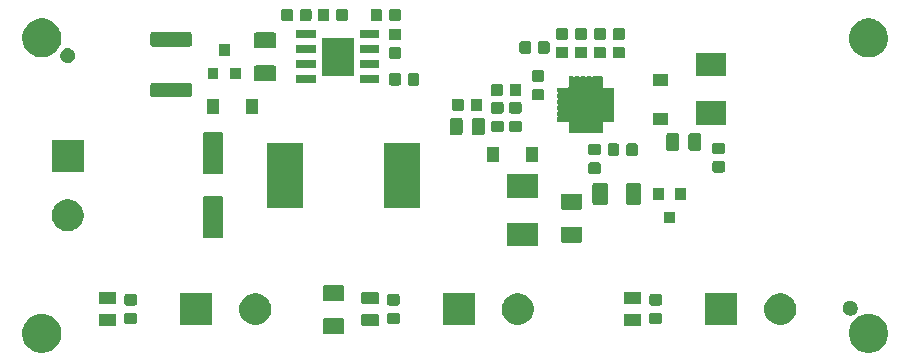
<source format=gbr>
G04 #@! TF.GenerationSoftware,KiCad,Pcbnew,(5.1.6)-1*
G04 #@! TF.CreationDate,2020-09-10T01:06:56+02:00*
G04 #@! TF.ProjectId,BananaSchplit,42616e61-6e61-4536-9368-706c69742e6b,rev?*
G04 #@! TF.SameCoordinates,Original*
G04 #@! TF.FileFunction,Soldermask,Top*
G04 #@! TF.FilePolarity,Negative*
%FSLAX46Y46*%
G04 Gerber Fmt 4.6, Leading zero omitted, Abs format (unit mm)*
G04 Created by KiCad (PCBNEW (5.1.6)-1) date 2020-09-10 01:06:56*
%MOMM*%
%LPD*%
G01*
G04 APERTURE LIST*
%ADD10C,0.100000*%
G04 APERTURE END LIST*
D10*
G36*
X93140306Y-42684346D02*
G01*
X93281579Y-42712447D01*
X93417296Y-42768663D01*
X93529676Y-42815212D01*
X93582042Y-42836903D01*
X93852451Y-43017585D01*
X94082415Y-43247549D01*
X94263097Y-43517958D01*
X94340782Y-43705505D01*
X94387553Y-43818422D01*
X94444677Y-44105600D01*
X94451000Y-44137391D01*
X94451000Y-44462609D01*
X94387553Y-44781579D01*
X94263097Y-45082042D01*
X94082415Y-45352451D01*
X93852451Y-45582415D01*
X93582042Y-45763097D01*
X93281579Y-45887553D01*
X93175256Y-45908702D01*
X92962611Y-45951000D01*
X92637389Y-45951000D01*
X92424744Y-45908702D01*
X92318421Y-45887553D01*
X92017958Y-45763097D01*
X91747549Y-45582415D01*
X91517585Y-45352451D01*
X91336903Y-45082042D01*
X91212447Y-44781579D01*
X91149000Y-44462609D01*
X91149000Y-44137391D01*
X91155324Y-44105600D01*
X91212447Y-43818422D01*
X91259219Y-43705505D01*
X91336903Y-43517958D01*
X91517585Y-43247549D01*
X91747549Y-43017585D01*
X92017958Y-42836903D01*
X92070325Y-42815212D01*
X92182704Y-42768663D01*
X92318421Y-42712447D01*
X92459694Y-42684346D01*
X92637389Y-42649000D01*
X92962611Y-42649000D01*
X93140306Y-42684346D01*
G37*
G36*
X23140306Y-42684346D02*
G01*
X23281579Y-42712447D01*
X23417296Y-42768663D01*
X23529676Y-42815212D01*
X23582042Y-42836903D01*
X23852451Y-43017585D01*
X24082415Y-43247549D01*
X24263097Y-43517958D01*
X24340782Y-43705505D01*
X24387553Y-43818422D01*
X24444677Y-44105600D01*
X24451000Y-44137391D01*
X24451000Y-44462609D01*
X24387553Y-44781579D01*
X24263097Y-45082042D01*
X24082415Y-45352451D01*
X23852451Y-45582415D01*
X23582042Y-45763097D01*
X23281579Y-45887553D01*
X23175256Y-45908702D01*
X22962611Y-45951000D01*
X22637389Y-45951000D01*
X22424744Y-45908702D01*
X22318421Y-45887553D01*
X22017958Y-45763097D01*
X21747549Y-45582415D01*
X21517585Y-45352451D01*
X21336903Y-45082042D01*
X21212447Y-44781579D01*
X21149000Y-44462609D01*
X21149000Y-44137391D01*
X21155324Y-44105600D01*
X21212447Y-43818422D01*
X21259219Y-43705505D01*
X21336903Y-43517958D01*
X21517585Y-43247549D01*
X21747549Y-43017585D01*
X22017958Y-42836903D01*
X22070325Y-42815212D01*
X22182704Y-42768663D01*
X22318421Y-42712447D01*
X22459694Y-42684346D01*
X22637389Y-42649000D01*
X22962611Y-42649000D01*
X23140306Y-42684346D01*
G37*
G36*
X48268604Y-43028347D02*
G01*
X48305144Y-43039432D01*
X48338821Y-43057433D01*
X48368341Y-43081659D01*
X48392567Y-43111179D01*
X48410568Y-43144856D01*
X48421653Y-43181396D01*
X48426000Y-43225538D01*
X48426000Y-44174462D01*
X48421653Y-44218604D01*
X48410568Y-44255144D01*
X48392567Y-44288821D01*
X48368341Y-44318341D01*
X48338821Y-44342567D01*
X48305144Y-44360568D01*
X48268604Y-44371653D01*
X48224462Y-44376000D01*
X46775538Y-44376000D01*
X46731396Y-44371653D01*
X46694856Y-44360568D01*
X46661179Y-44342567D01*
X46631659Y-44318341D01*
X46607433Y-44288821D01*
X46589432Y-44255144D01*
X46578347Y-44218604D01*
X46574000Y-44174462D01*
X46574000Y-43225538D01*
X46578347Y-43181396D01*
X46589432Y-43144856D01*
X46607433Y-43111179D01*
X46631659Y-43081659D01*
X46661179Y-43057433D01*
X46694856Y-43039432D01*
X46731396Y-43028347D01*
X46775538Y-43024000D01*
X48224462Y-43024000D01*
X48268604Y-43028347D01*
G37*
G36*
X28959468Y-42653565D02*
G01*
X28998138Y-42665296D01*
X29033777Y-42684346D01*
X29065017Y-42709983D01*
X29090654Y-42741223D01*
X29109704Y-42776862D01*
X29121435Y-42815532D01*
X29126000Y-42861888D01*
X29126000Y-43513112D01*
X29121435Y-43559468D01*
X29109704Y-43598138D01*
X29090654Y-43633777D01*
X29065017Y-43665017D01*
X29033777Y-43690654D01*
X28998138Y-43709704D01*
X28959468Y-43721435D01*
X28913112Y-43726000D01*
X27836888Y-43726000D01*
X27790532Y-43721435D01*
X27751862Y-43709704D01*
X27716223Y-43690654D01*
X27684983Y-43665017D01*
X27659346Y-43633777D01*
X27640296Y-43598138D01*
X27628565Y-43559468D01*
X27624000Y-43513112D01*
X27624000Y-42861888D01*
X27628565Y-42815532D01*
X27640296Y-42776862D01*
X27659346Y-42741223D01*
X27684983Y-42709983D01*
X27716223Y-42684346D01*
X27751862Y-42665296D01*
X27790532Y-42653565D01*
X27836888Y-42649000D01*
X28913112Y-42649000D01*
X28959468Y-42653565D01*
G37*
G36*
X73409468Y-42653565D02*
G01*
X73448138Y-42665296D01*
X73483777Y-42684346D01*
X73515017Y-42709983D01*
X73540654Y-42741223D01*
X73559704Y-42776862D01*
X73571435Y-42815532D01*
X73576000Y-42861888D01*
X73576000Y-43513112D01*
X73571435Y-43559468D01*
X73559704Y-43598138D01*
X73540654Y-43633777D01*
X73515017Y-43665017D01*
X73483777Y-43690654D01*
X73448138Y-43709704D01*
X73409468Y-43721435D01*
X73363112Y-43726000D01*
X72286888Y-43726000D01*
X72240532Y-43721435D01*
X72201862Y-43709704D01*
X72166223Y-43690654D01*
X72134983Y-43665017D01*
X72109346Y-43633777D01*
X72090296Y-43598138D01*
X72078565Y-43559468D01*
X72074000Y-43513112D01*
X72074000Y-42861888D01*
X72078565Y-42815532D01*
X72090296Y-42776862D01*
X72109346Y-42741223D01*
X72134983Y-42709983D01*
X72166223Y-42684346D01*
X72201862Y-42665296D01*
X72240532Y-42653565D01*
X72286888Y-42649000D01*
X73363112Y-42649000D01*
X73409468Y-42653565D01*
G37*
G36*
X51184468Y-42653565D02*
G01*
X51223138Y-42665296D01*
X51258777Y-42684346D01*
X51290017Y-42709983D01*
X51315654Y-42741223D01*
X51334704Y-42776862D01*
X51346435Y-42815532D01*
X51351000Y-42861888D01*
X51351000Y-43513112D01*
X51346435Y-43559468D01*
X51334704Y-43598138D01*
X51315654Y-43633777D01*
X51290017Y-43665017D01*
X51258777Y-43690654D01*
X51223138Y-43709704D01*
X51184468Y-43721435D01*
X51138112Y-43726000D01*
X50061888Y-43726000D01*
X50015532Y-43721435D01*
X49976862Y-43709704D01*
X49941223Y-43690654D01*
X49909983Y-43665017D01*
X49884346Y-43633777D01*
X49865296Y-43598138D01*
X49853565Y-43559468D01*
X49849000Y-43513112D01*
X49849000Y-42861888D01*
X49853565Y-42815532D01*
X49865296Y-42776862D01*
X49884346Y-42741223D01*
X49909983Y-42709983D01*
X49941223Y-42684346D01*
X49976862Y-42665296D01*
X50015532Y-42653565D01*
X50061888Y-42649000D01*
X51138112Y-42649000D01*
X51184468Y-42653565D01*
G37*
G36*
X41269072Y-40950918D02*
G01*
X41497509Y-41045539D01*
X41514939Y-41052759D01*
X41518457Y-41055110D01*
X41736211Y-41200609D01*
X41924391Y-41388789D01*
X41944313Y-41418604D01*
X42039171Y-41560568D01*
X42072242Y-41610063D01*
X42174082Y-41855928D01*
X42226000Y-42116937D01*
X42226000Y-42383063D01*
X42174082Y-42644072D01*
X42072242Y-42889937D01*
X41968911Y-43044583D01*
X41924390Y-43111212D01*
X41736212Y-43299390D01*
X41514939Y-43447241D01*
X41514938Y-43447242D01*
X41514937Y-43447242D01*
X41269072Y-43549082D01*
X41008063Y-43601000D01*
X40741937Y-43601000D01*
X40480928Y-43549082D01*
X40235063Y-43447242D01*
X40235062Y-43447242D01*
X40235061Y-43447241D01*
X40013788Y-43299390D01*
X39825610Y-43111212D01*
X39781090Y-43044583D01*
X39677758Y-42889937D01*
X39575918Y-42644072D01*
X39524000Y-42383063D01*
X39524000Y-42116937D01*
X39575918Y-41855928D01*
X39677758Y-41610063D01*
X39710830Y-41560568D01*
X39805687Y-41418604D01*
X39825609Y-41388789D01*
X40013789Y-41200609D01*
X40231543Y-41055110D01*
X40235061Y-41052759D01*
X40252492Y-41045539D01*
X40480928Y-40950918D01*
X40741937Y-40899000D01*
X41008063Y-40899000D01*
X41269072Y-40950918D01*
G37*
G36*
X63494072Y-40950918D02*
G01*
X63722509Y-41045539D01*
X63739939Y-41052759D01*
X63743457Y-41055110D01*
X63961211Y-41200609D01*
X64149391Y-41388789D01*
X64169313Y-41418604D01*
X64264171Y-41560568D01*
X64297242Y-41610063D01*
X64399082Y-41855928D01*
X64451000Y-42116937D01*
X64451000Y-42383063D01*
X64399082Y-42644072D01*
X64297242Y-42889937D01*
X64193911Y-43044583D01*
X64149390Y-43111212D01*
X63961212Y-43299390D01*
X63739939Y-43447241D01*
X63739938Y-43447242D01*
X63739937Y-43447242D01*
X63494072Y-43549082D01*
X63233063Y-43601000D01*
X62966937Y-43601000D01*
X62705928Y-43549082D01*
X62460063Y-43447242D01*
X62460062Y-43447242D01*
X62460061Y-43447241D01*
X62238788Y-43299390D01*
X62050610Y-43111212D01*
X62006090Y-43044583D01*
X61902758Y-42889937D01*
X61800918Y-42644072D01*
X61749000Y-42383063D01*
X61749000Y-42116937D01*
X61800918Y-41855928D01*
X61902758Y-41610063D01*
X61935830Y-41560568D01*
X62030687Y-41418604D01*
X62050609Y-41388789D01*
X62238789Y-41200609D01*
X62456543Y-41055110D01*
X62460061Y-41052759D01*
X62477492Y-41045539D01*
X62705928Y-40950918D01*
X62966937Y-40899000D01*
X63233063Y-40899000D01*
X63494072Y-40950918D01*
G37*
G36*
X59451000Y-43601000D02*
G01*
X56749000Y-43601000D01*
X56749000Y-40899000D01*
X59451000Y-40899000D01*
X59451000Y-43601000D01*
G37*
G36*
X81676000Y-43601000D02*
G01*
X78974000Y-43601000D01*
X78974000Y-40899000D01*
X81676000Y-40899000D01*
X81676000Y-43601000D01*
G37*
G36*
X85719072Y-40950918D02*
G01*
X85947509Y-41045539D01*
X85964939Y-41052759D01*
X85968457Y-41055110D01*
X86186211Y-41200609D01*
X86374391Y-41388789D01*
X86394313Y-41418604D01*
X86489171Y-41560568D01*
X86522242Y-41610063D01*
X86624082Y-41855928D01*
X86676000Y-42116937D01*
X86676000Y-42383063D01*
X86624082Y-42644072D01*
X86522242Y-42889937D01*
X86418911Y-43044583D01*
X86374390Y-43111212D01*
X86186212Y-43299390D01*
X85964939Y-43447241D01*
X85964938Y-43447242D01*
X85964937Y-43447242D01*
X85719072Y-43549082D01*
X85458063Y-43601000D01*
X85191937Y-43601000D01*
X84930928Y-43549082D01*
X84685063Y-43447242D01*
X84685062Y-43447242D01*
X84685061Y-43447241D01*
X84463788Y-43299390D01*
X84275610Y-43111212D01*
X84231090Y-43044583D01*
X84127758Y-42889937D01*
X84025918Y-42644072D01*
X83974000Y-42383063D01*
X83974000Y-42116937D01*
X84025918Y-41855928D01*
X84127758Y-41610063D01*
X84160830Y-41560568D01*
X84255687Y-41418604D01*
X84275609Y-41388789D01*
X84463789Y-41200609D01*
X84681543Y-41055110D01*
X84685061Y-41052759D01*
X84702492Y-41045539D01*
X84930928Y-40950918D01*
X85191937Y-40899000D01*
X85458063Y-40899000D01*
X85719072Y-40950918D01*
G37*
G36*
X37226000Y-43601000D02*
G01*
X34524000Y-43601000D01*
X34524000Y-40899000D01*
X37226000Y-40899000D01*
X37226000Y-43601000D01*
G37*
G36*
X30704591Y-42553085D02*
G01*
X30738569Y-42563393D01*
X30769890Y-42580134D01*
X30797339Y-42602661D01*
X30819866Y-42630110D01*
X30836607Y-42661431D01*
X30846915Y-42695409D01*
X30851000Y-42736890D01*
X30851000Y-43338110D01*
X30846915Y-43379591D01*
X30836607Y-43413569D01*
X30819866Y-43444890D01*
X30797339Y-43472339D01*
X30769890Y-43494866D01*
X30738569Y-43511607D01*
X30704591Y-43521915D01*
X30663110Y-43526000D01*
X29986890Y-43526000D01*
X29945409Y-43521915D01*
X29911431Y-43511607D01*
X29880110Y-43494866D01*
X29852661Y-43472339D01*
X29830134Y-43444890D01*
X29813393Y-43413569D01*
X29803085Y-43379591D01*
X29799000Y-43338110D01*
X29799000Y-42736890D01*
X29803085Y-42695409D01*
X29813393Y-42661431D01*
X29830134Y-42630110D01*
X29852661Y-42602661D01*
X29880110Y-42580134D01*
X29911431Y-42563393D01*
X29945409Y-42553085D01*
X29986890Y-42549000D01*
X30663110Y-42549000D01*
X30704591Y-42553085D01*
G37*
G36*
X52954591Y-42553085D02*
G01*
X52988569Y-42563393D01*
X53019890Y-42580134D01*
X53047339Y-42602661D01*
X53069866Y-42630110D01*
X53086607Y-42661431D01*
X53096915Y-42695409D01*
X53101000Y-42736890D01*
X53101000Y-43338110D01*
X53096915Y-43379591D01*
X53086607Y-43413569D01*
X53069866Y-43444890D01*
X53047339Y-43472339D01*
X53019890Y-43494866D01*
X52988569Y-43511607D01*
X52954591Y-43521915D01*
X52913110Y-43526000D01*
X52236890Y-43526000D01*
X52195409Y-43521915D01*
X52161431Y-43511607D01*
X52130110Y-43494866D01*
X52102661Y-43472339D01*
X52080134Y-43444890D01*
X52063393Y-43413569D01*
X52053085Y-43379591D01*
X52049000Y-43338110D01*
X52049000Y-42736890D01*
X52053085Y-42695409D01*
X52063393Y-42661431D01*
X52080134Y-42630110D01*
X52102661Y-42602661D01*
X52130110Y-42580134D01*
X52161431Y-42563393D01*
X52195409Y-42553085D01*
X52236890Y-42549000D01*
X52913110Y-42549000D01*
X52954591Y-42553085D01*
G37*
G36*
X75154591Y-42553085D02*
G01*
X75188569Y-42563393D01*
X75219890Y-42580134D01*
X75247339Y-42602661D01*
X75269866Y-42630110D01*
X75286607Y-42661431D01*
X75296915Y-42695409D01*
X75301000Y-42736890D01*
X75301000Y-43338110D01*
X75296915Y-43379591D01*
X75286607Y-43413569D01*
X75269866Y-43444890D01*
X75247339Y-43472339D01*
X75219890Y-43494866D01*
X75188569Y-43511607D01*
X75154591Y-43521915D01*
X75113110Y-43526000D01*
X74436890Y-43526000D01*
X74395409Y-43521915D01*
X74361431Y-43511607D01*
X74330110Y-43494866D01*
X74302661Y-43472339D01*
X74280134Y-43444890D01*
X74263393Y-43413569D01*
X74253085Y-43379591D01*
X74249000Y-43338110D01*
X74249000Y-42736890D01*
X74253085Y-42695409D01*
X74263393Y-42661431D01*
X74280134Y-42630110D01*
X74302661Y-42602661D01*
X74330110Y-42580134D01*
X74361431Y-42563393D01*
X74395409Y-42553085D01*
X74436890Y-42549000D01*
X75113110Y-42549000D01*
X75154591Y-42553085D01*
G37*
G36*
X91372321Y-41560047D02*
G01*
X91432889Y-41572095D01*
X91489943Y-41595728D01*
X91546997Y-41619360D01*
X91649687Y-41687975D01*
X91737025Y-41775313D01*
X91805640Y-41878003D01*
X91822980Y-41919866D01*
X91852905Y-41992111D01*
X91877000Y-42113246D01*
X91877000Y-42236754D01*
X91852905Y-42357889D01*
X91829273Y-42414942D01*
X91805640Y-42471997D01*
X91737025Y-42574687D01*
X91649687Y-42662025D01*
X91546997Y-42730640D01*
X91521447Y-42741223D01*
X91432889Y-42777905D01*
X91372321Y-42789953D01*
X91311755Y-42802000D01*
X91188245Y-42802000D01*
X91127679Y-42789953D01*
X91067111Y-42777905D01*
X90978553Y-42741223D01*
X90953003Y-42730640D01*
X90850313Y-42662025D01*
X90762975Y-42574687D01*
X90694360Y-42471997D01*
X90670727Y-42414942D01*
X90647095Y-42357889D01*
X90623000Y-42236754D01*
X90623000Y-42113246D01*
X90647095Y-41992111D01*
X90677020Y-41919866D01*
X90694360Y-41878003D01*
X90762975Y-41775313D01*
X90850313Y-41687975D01*
X90953003Y-41619360D01*
X91010057Y-41595728D01*
X91067111Y-41572095D01*
X91127679Y-41560047D01*
X91188245Y-41548000D01*
X91311755Y-41548000D01*
X91372321Y-41560047D01*
G37*
G36*
X75154591Y-40978085D02*
G01*
X75188569Y-40988393D01*
X75219890Y-41005134D01*
X75247339Y-41027661D01*
X75269866Y-41055110D01*
X75286607Y-41086431D01*
X75296915Y-41120409D01*
X75301000Y-41161890D01*
X75301000Y-41763110D01*
X75296915Y-41804591D01*
X75286607Y-41838569D01*
X75269866Y-41869890D01*
X75247339Y-41897339D01*
X75219890Y-41919866D01*
X75188569Y-41936607D01*
X75154591Y-41946915D01*
X75113110Y-41951000D01*
X74436890Y-41951000D01*
X74395409Y-41946915D01*
X74361431Y-41936607D01*
X74330110Y-41919866D01*
X74302661Y-41897339D01*
X74280134Y-41869890D01*
X74263393Y-41838569D01*
X74253085Y-41804591D01*
X74249000Y-41763110D01*
X74249000Y-41161890D01*
X74253085Y-41120409D01*
X74263393Y-41086431D01*
X74280134Y-41055110D01*
X74302661Y-41027661D01*
X74330110Y-41005134D01*
X74361431Y-40988393D01*
X74395409Y-40978085D01*
X74436890Y-40974000D01*
X75113110Y-40974000D01*
X75154591Y-40978085D01*
G37*
G36*
X52954591Y-40978085D02*
G01*
X52988569Y-40988393D01*
X53019890Y-41005134D01*
X53047339Y-41027661D01*
X53069866Y-41055110D01*
X53086607Y-41086431D01*
X53096915Y-41120409D01*
X53101000Y-41161890D01*
X53101000Y-41763110D01*
X53096915Y-41804591D01*
X53086607Y-41838569D01*
X53069866Y-41869890D01*
X53047339Y-41897339D01*
X53019890Y-41919866D01*
X52988569Y-41936607D01*
X52954591Y-41946915D01*
X52913110Y-41951000D01*
X52236890Y-41951000D01*
X52195409Y-41946915D01*
X52161431Y-41936607D01*
X52130110Y-41919866D01*
X52102661Y-41897339D01*
X52080134Y-41869890D01*
X52063393Y-41838569D01*
X52053085Y-41804591D01*
X52049000Y-41763110D01*
X52049000Y-41161890D01*
X52053085Y-41120409D01*
X52063393Y-41086431D01*
X52080134Y-41055110D01*
X52102661Y-41027661D01*
X52130110Y-41005134D01*
X52161431Y-40988393D01*
X52195409Y-40978085D01*
X52236890Y-40974000D01*
X52913110Y-40974000D01*
X52954591Y-40978085D01*
G37*
G36*
X30704591Y-40978085D02*
G01*
X30738569Y-40988393D01*
X30769890Y-41005134D01*
X30797339Y-41027661D01*
X30819866Y-41055110D01*
X30836607Y-41086431D01*
X30846915Y-41120409D01*
X30851000Y-41161890D01*
X30851000Y-41763110D01*
X30846915Y-41804591D01*
X30836607Y-41838569D01*
X30819866Y-41869890D01*
X30797339Y-41897339D01*
X30769890Y-41919866D01*
X30738569Y-41936607D01*
X30704591Y-41946915D01*
X30663110Y-41951000D01*
X29986890Y-41951000D01*
X29945409Y-41946915D01*
X29911431Y-41936607D01*
X29880110Y-41919866D01*
X29852661Y-41897339D01*
X29830134Y-41869890D01*
X29813393Y-41838569D01*
X29803085Y-41804591D01*
X29799000Y-41763110D01*
X29799000Y-41161890D01*
X29803085Y-41120409D01*
X29813393Y-41086431D01*
X29830134Y-41055110D01*
X29852661Y-41027661D01*
X29880110Y-41005134D01*
X29911431Y-40988393D01*
X29945409Y-40978085D01*
X29986890Y-40974000D01*
X30663110Y-40974000D01*
X30704591Y-40978085D01*
G37*
G36*
X51184468Y-40778565D02*
G01*
X51223138Y-40790296D01*
X51258777Y-40809346D01*
X51290017Y-40834983D01*
X51315654Y-40866223D01*
X51334704Y-40901862D01*
X51346435Y-40940532D01*
X51351000Y-40986888D01*
X51351000Y-41638112D01*
X51346435Y-41684468D01*
X51334704Y-41723138D01*
X51315654Y-41758777D01*
X51290017Y-41790017D01*
X51258777Y-41815654D01*
X51223138Y-41834704D01*
X51184468Y-41846435D01*
X51138112Y-41851000D01*
X50061888Y-41851000D01*
X50015532Y-41846435D01*
X49976862Y-41834704D01*
X49941223Y-41815654D01*
X49909983Y-41790017D01*
X49884346Y-41758777D01*
X49865296Y-41723138D01*
X49853565Y-41684468D01*
X49849000Y-41638112D01*
X49849000Y-40986888D01*
X49853565Y-40940532D01*
X49865296Y-40901862D01*
X49884346Y-40866223D01*
X49909983Y-40834983D01*
X49941223Y-40809346D01*
X49976862Y-40790296D01*
X50015532Y-40778565D01*
X50061888Y-40774000D01*
X51138112Y-40774000D01*
X51184468Y-40778565D01*
G37*
G36*
X28959468Y-40778565D02*
G01*
X28998138Y-40790296D01*
X29033777Y-40809346D01*
X29065017Y-40834983D01*
X29090654Y-40866223D01*
X29109704Y-40901862D01*
X29121435Y-40940532D01*
X29126000Y-40986888D01*
X29126000Y-41638112D01*
X29121435Y-41684468D01*
X29109704Y-41723138D01*
X29090654Y-41758777D01*
X29065017Y-41790017D01*
X29033777Y-41815654D01*
X28998138Y-41834704D01*
X28959468Y-41846435D01*
X28913112Y-41851000D01*
X27836888Y-41851000D01*
X27790532Y-41846435D01*
X27751862Y-41834704D01*
X27716223Y-41815654D01*
X27684983Y-41790017D01*
X27659346Y-41758777D01*
X27640296Y-41723138D01*
X27628565Y-41684468D01*
X27624000Y-41638112D01*
X27624000Y-40986888D01*
X27628565Y-40940532D01*
X27640296Y-40901862D01*
X27659346Y-40866223D01*
X27684983Y-40834983D01*
X27716223Y-40809346D01*
X27751862Y-40790296D01*
X27790532Y-40778565D01*
X27836888Y-40774000D01*
X28913112Y-40774000D01*
X28959468Y-40778565D01*
G37*
G36*
X73409468Y-40778565D02*
G01*
X73448138Y-40790296D01*
X73483777Y-40809346D01*
X73515017Y-40834983D01*
X73540654Y-40866223D01*
X73559704Y-40901862D01*
X73571435Y-40940532D01*
X73576000Y-40986888D01*
X73576000Y-41638112D01*
X73571435Y-41684468D01*
X73559704Y-41723138D01*
X73540654Y-41758777D01*
X73515017Y-41790017D01*
X73483777Y-41815654D01*
X73448138Y-41834704D01*
X73409468Y-41846435D01*
X73363112Y-41851000D01*
X72286888Y-41851000D01*
X72240532Y-41846435D01*
X72201862Y-41834704D01*
X72166223Y-41815654D01*
X72134983Y-41790017D01*
X72109346Y-41758777D01*
X72090296Y-41723138D01*
X72078565Y-41684468D01*
X72074000Y-41638112D01*
X72074000Y-40986888D01*
X72078565Y-40940532D01*
X72090296Y-40901862D01*
X72109346Y-40866223D01*
X72134983Y-40834983D01*
X72166223Y-40809346D01*
X72201862Y-40790296D01*
X72240532Y-40778565D01*
X72286888Y-40774000D01*
X73363112Y-40774000D01*
X73409468Y-40778565D01*
G37*
G36*
X48268604Y-40228347D02*
G01*
X48305144Y-40239432D01*
X48338821Y-40257433D01*
X48368341Y-40281659D01*
X48392567Y-40311179D01*
X48410568Y-40344856D01*
X48421653Y-40381396D01*
X48426000Y-40425538D01*
X48426000Y-41374462D01*
X48421653Y-41418604D01*
X48410568Y-41455144D01*
X48392567Y-41488821D01*
X48368341Y-41518341D01*
X48338821Y-41542567D01*
X48305144Y-41560568D01*
X48268604Y-41571653D01*
X48224462Y-41576000D01*
X46775538Y-41576000D01*
X46731396Y-41571653D01*
X46694856Y-41560568D01*
X46661179Y-41542567D01*
X46631659Y-41518341D01*
X46607433Y-41488821D01*
X46589432Y-41455144D01*
X46578347Y-41418604D01*
X46574000Y-41374462D01*
X46574000Y-40425538D01*
X46578347Y-40381396D01*
X46589432Y-40344856D01*
X46607433Y-40311179D01*
X46631659Y-40281659D01*
X46661179Y-40257433D01*
X46694856Y-40239432D01*
X46731396Y-40228347D01*
X46775538Y-40224000D01*
X48224462Y-40224000D01*
X48268604Y-40228347D01*
G37*
G36*
X64801000Y-36951000D02*
G01*
X62199000Y-36951000D01*
X62199000Y-34949000D01*
X64801000Y-34949000D01*
X64801000Y-36951000D01*
G37*
G36*
X68418604Y-35278347D02*
G01*
X68455144Y-35289432D01*
X68488821Y-35307433D01*
X68518341Y-35331659D01*
X68542567Y-35361179D01*
X68560568Y-35394856D01*
X68571653Y-35431396D01*
X68576000Y-35475538D01*
X68576000Y-36424462D01*
X68571653Y-36468604D01*
X68560568Y-36505144D01*
X68542567Y-36538821D01*
X68518341Y-36568341D01*
X68488821Y-36592567D01*
X68455144Y-36610568D01*
X68418604Y-36621653D01*
X68374462Y-36626000D01*
X66925538Y-36626000D01*
X66881396Y-36621653D01*
X66844856Y-36610568D01*
X66811179Y-36592567D01*
X66781659Y-36568341D01*
X66757433Y-36538821D01*
X66739432Y-36505144D01*
X66728347Y-36468604D01*
X66724000Y-36424462D01*
X66724000Y-35475538D01*
X66728347Y-35431396D01*
X66739432Y-35394856D01*
X66757433Y-35361179D01*
X66781659Y-35331659D01*
X66811179Y-35307433D01*
X66844856Y-35289432D01*
X66881396Y-35278347D01*
X66925538Y-35274000D01*
X68374462Y-35274000D01*
X68418604Y-35278347D01*
G37*
G36*
X38005997Y-32653051D02*
G01*
X38039652Y-32663261D01*
X38070665Y-32679838D01*
X38097851Y-32702149D01*
X38120162Y-32729335D01*
X38136739Y-32760348D01*
X38146949Y-32794003D01*
X38151000Y-32835138D01*
X38151000Y-36064862D01*
X38146949Y-36105997D01*
X38136739Y-36139652D01*
X38120162Y-36170665D01*
X38097851Y-36197851D01*
X38070665Y-36220162D01*
X38039652Y-36236739D01*
X38005997Y-36246949D01*
X37964862Y-36251000D01*
X36635138Y-36251000D01*
X36594003Y-36246949D01*
X36560348Y-36236739D01*
X36529335Y-36220162D01*
X36502149Y-36197851D01*
X36479838Y-36170665D01*
X36463261Y-36139652D01*
X36453051Y-36105997D01*
X36449000Y-36064862D01*
X36449000Y-32835138D01*
X36453051Y-32794003D01*
X36463261Y-32760348D01*
X36479838Y-32729335D01*
X36502149Y-32702149D01*
X36529335Y-32679838D01*
X36560348Y-32663261D01*
X36594003Y-32653051D01*
X36635138Y-32649000D01*
X37964862Y-32649000D01*
X38005997Y-32653051D01*
G37*
G36*
X25394072Y-33000918D02*
G01*
X25639939Y-33102759D01*
X25751328Y-33177187D01*
X25861211Y-33250609D01*
X26049391Y-33438789D01*
X26197242Y-33660063D01*
X26229864Y-33738821D01*
X26299082Y-33905928D01*
X26351000Y-34166938D01*
X26351000Y-34433062D01*
X26299082Y-34694072D01*
X26197241Y-34939939D01*
X26049390Y-35161212D01*
X25861212Y-35349390D01*
X25639939Y-35497241D01*
X25639938Y-35497242D01*
X25639937Y-35497242D01*
X25394072Y-35599082D01*
X25133063Y-35651000D01*
X24866937Y-35651000D01*
X24605928Y-35599082D01*
X24360063Y-35497242D01*
X24360062Y-35497242D01*
X24360061Y-35497241D01*
X24138788Y-35349390D01*
X23950610Y-35161212D01*
X23802759Y-34939939D01*
X23700918Y-34694072D01*
X23649000Y-34433062D01*
X23649000Y-34166938D01*
X23700918Y-33905928D01*
X23770136Y-33738821D01*
X23802758Y-33660063D01*
X23950609Y-33438789D01*
X24138789Y-33250609D01*
X24248672Y-33177187D01*
X24360061Y-33102759D01*
X24605928Y-33000918D01*
X24866937Y-32949000D01*
X25133063Y-32949000D01*
X25394072Y-33000918D01*
G37*
G36*
X76401000Y-35001000D02*
G01*
X75499000Y-35001000D01*
X75499000Y-33999000D01*
X76401000Y-33999000D01*
X76401000Y-35001000D01*
G37*
G36*
X68418604Y-32478347D02*
G01*
X68455144Y-32489432D01*
X68488821Y-32507433D01*
X68518341Y-32531659D01*
X68542567Y-32561179D01*
X68560568Y-32594856D01*
X68571653Y-32631396D01*
X68576000Y-32675538D01*
X68576000Y-33624462D01*
X68571653Y-33668604D01*
X68560568Y-33705144D01*
X68542567Y-33738821D01*
X68518341Y-33768341D01*
X68488821Y-33792567D01*
X68455144Y-33810568D01*
X68418604Y-33821653D01*
X68374462Y-33826000D01*
X66925538Y-33826000D01*
X66881396Y-33821653D01*
X66844856Y-33810568D01*
X66811179Y-33792567D01*
X66781659Y-33768341D01*
X66757433Y-33738821D01*
X66739432Y-33705144D01*
X66728347Y-33668604D01*
X66724000Y-33624462D01*
X66724000Y-32675538D01*
X66728347Y-32631396D01*
X66739432Y-32594856D01*
X66757433Y-32561179D01*
X66781659Y-32531659D01*
X66811179Y-32507433D01*
X66844856Y-32489432D01*
X66881396Y-32478347D01*
X66925538Y-32474000D01*
X68374462Y-32474000D01*
X68418604Y-32478347D01*
G37*
G36*
X54801000Y-33701000D02*
G01*
X51799000Y-33701000D01*
X51799000Y-28199000D01*
X54801000Y-28199000D01*
X54801000Y-33701000D01*
G37*
G36*
X44901000Y-33701000D02*
G01*
X41899000Y-33701000D01*
X41899000Y-28199000D01*
X44901000Y-28199000D01*
X44901000Y-33701000D01*
G37*
G36*
X70618604Y-31578347D02*
G01*
X70655144Y-31589432D01*
X70688821Y-31607433D01*
X70718341Y-31631659D01*
X70742567Y-31661179D01*
X70760568Y-31694856D01*
X70771653Y-31731396D01*
X70776000Y-31775538D01*
X70776000Y-33224462D01*
X70771653Y-33268604D01*
X70760568Y-33305144D01*
X70742567Y-33338821D01*
X70718341Y-33368341D01*
X70688821Y-33392567D01*
X70655144Y-33410568D01*
X70618604Y-33421653D01*
X70574462Y-33426000D01*
X69625538Y-33426000D01*
X69581396Y-33421653D01*
X69544856Y-33410568D01*
X69511179Y-33392567D01*
X69481659Y-33368341D01*
X69457433Y-33338821D01*
X69439432Y-33305144D01*
X69428347Y-33268604D01*
X69424000Y-33224462D01*
X69424000Y-31775538D01*
X69428347Y-31731396D01*
X69439432Y-31694856D01*
X69457433Y-31661179D01*
X69481659Y-31631659D01*
X69511179Y-31607433D01*
X69544856Y-31589432D01*
X69581396Y-31578347D01*
X69625538Y-31574000D01*
X70574462Y-31574000D01*
X70618604Y-31578347D01*
G37*
G36*
X73418604Y-31578347D02*
G01*
X73455144Y-31589432D01*
X73488821Y-31607433D01*
X73518341Y-31631659D01*
X73542567Y-31661179D01*
X73560568Y-31694856D01*
X73571653Y-31731396D01*
X73576000Y-31775538D01*
X73576000Y-33224462D01*
X73571653Y-33268604D01*
X73560568Y-33305144D01*
X73542567Y-33338821D01*
X73518341Y-33368341D01*
X73488821Y-33392567D01*
X73455144Y-33410568D01*
X73418604Y-33421653D01*
X73374462Y-33426000D01*
X72425538Y-33426000D01*
X72381396Y-33421653D01*
X72344856Y-33410568D01*
X72311179Y-33392567D01*
X72281659Y-33368341D01*
X72257433Y-33338821D01*
X72239432Y-33305144D01*
X72228347Y-33268604D01*
X72224000Y-33224462D01*
X72224000Y-31775538D01*
X72228347Y-31731396D01*
X72239432Y-31694856D01*
X72257433Y-31661179D01*
X72281659Y-31631659D01*
X72311179Y-31607433D01*
X72344856Y-31589432D01*
X72381396Y-31578347D01*
X72425538Y-31574000D01*
X73374462Y-31574000D01*
X73418604Y-31578347D01*
G37*
G36*
X77351000Y-33001000D02*
G01*
X76449000Y-33001000D01*
X76449000Y-31999000D01*
X77351000Y-31999000D01*
X77351000Y-33001000D01*
G37*
G36*
X75451000Y-33001000D02*
G01*
X74549000Y-33001000D01*
X74549000Y-31999000D01*
X75451000Y-31999000D01*
X75451000Y-33001000D01*
G37*
G36*
X64801000Y-32851000D02*
G01*
X62199000Y-32851000D01*
X62199000Y-30849000D01*
X64801000Y-30849000D01*
X64801000Y-32851000D01*
G37*
G36*
X38005997Y-27253051D02*
G01*
X38039652Y-27263261D01*
X38070665Y-27279838D01*
X38097851Y-27302149D01*
X38120162Y-27329335D01*
X38136739Y-27360348D01*
X38146949Y-27394003D01*
X38151000Y-27435138D01*
X38151000Y-30664862D01*
X38146949Y-30705997D01*
X38136739Y-30739652D01*
X38120162Y-30770665D01*
X38097851Y-30797851D01*
X38070665Y-30820162D01*
X38039652Y-30836739D01*
X38005997Y-30846949D01*
X37964862Y-30851000D01*
X36635138Y-30851000D01*
X36594003Y-30846949D01*
X36560348Y-30836739D01*
X36529335Y-30820162D01*
X36502149Y-30797851D01*
X36479838Y-30770665D01*
X36463261Y-30739652D01*
X36453051Y-30705997D01*
X36449000Y-30664862D01*
X36449000Y-27435138D01*
X36453051Y-27394003D01*
X36463261Y-27360348D01*
X36479838Y-27329335D01*
X36502149Y-27302149D01*
X36529335Y-27279838D01*
X36560348Y-27263261D01*
X36594003Y-27253051D01*
X36635138Y-27249000D01*
X37964862Y-27249000D01*
X38005997Y-27253051D01*
G37*
G36*
X69979591Y-29840585D02*
G01*
X70013569Y-29850893D01*
X70044890Y-29867634D01*
X70072339Y-29890161D01*
X70094866Y-29917610D01*
X70111607Y-29948931D01*
X70121915Y-29982909D01*
X70126000Y-30024390D01*
X70126000Y-30625610D01*
X70121915Y-30667091D01*
X70111607Y-30701069D01*
X70094866Y-30732390D01*
X70072339Y-30759839D01*
X70044890Y-30782366D01*
X70013569Y-30799107D01*
X69979591Y-30809415D01*
X69938110Y-30813500D01*
X69261890Y-30813500D01*
X69220409Y-30809415D01*
X69186431Y-30799107D01*
X69155110Y-30782366D01*
X69127661Y-30759839D01*
X69105134Y-30732390D01*
X69088393Y-30701069D01*
X69078085Y-30667091D01*
X69074000Y-30625610D01*
X69074000Y-30024390D01*
X69078085Y-29982909D01*
X69088393Y-29948931D01*
X69105134Y-29917610D01*
X69127661Y-29890161D01*
X69155110Y-29867634D01*
X69186431Y-29850893D01*
X69220409Y-29840585D01*
X69261890Y-29836500D01*
X69938110Y-29836500D01*
X69979591Y-29840585D01*
G37*
G36*
X80479591Y-29728085D02*
G01*
X80513569Y-29738393D01*
X80544890Y-29755134D01*
X80572339Y-29777661D01*
X80594866Y-29805110D01*
X80611607Y-29836431D01*
X80621915Y-29870409D01*
X80626000Y-29911890D01*
X80626000Y-30513110D01*
X80621915Y-30554591D01*
X80611607Y-30588569D01*
X80594866Y-30619890D01*
X80572339Y-30647339D01*
X80544890Y-30669866D01*
X80513569Y-30686607D01*
X80479591Y-30696915D01*
X80438110Y-30701000D01*
X79761890Y-30701000D01*
X79720409Y-30696915D01*
X79686431Y-30686607D01*
X79655110Y-30669866D01*
X79627661Y-30647339D01*
X79605134Y-30619890D01*
X79588393Y-30588569D01*
X79578085Y-30554591D01*
X79574000Y-30513110D01*
X79574000Y-29911890D01*
X79578085Y-29870409D01*
X79588393Y-29836431D01*
X79605134Y-29805110D01*
X79627661Y-29777661D01*
X79655110Y-29755134D01*
X79686431Y-29738393D01*
X79720409Y-29728085D01*
X79761890Y-29724000D01*
X80438110Y-29724000D01*
X80479591Y-29728085D01*
G37*
G36*
X26351000Y-30651000D02*
G01*
X23649000Y-30651000D01*
X23649000Y-27949000D01*
X26351000Y-27949000D01*
X26351000Y-30651000D01*
G37*
G36*
X64801000Y-29801000D02*
G01*
X63799000Y-29801000D01*
X63799000Y-28499000D01*
X64801000Y-28499000D01*
X64801000Y-29801000D01*
G37*
G36*
X61501000Y-29801000D02*
G01*
X60499000Y-29801000D01*
X60499000Y-28499000D01*
X61501000Y-28499000D01*
X61501000Y-29801000D01*
G37*
G36*
X73117091Y-28228085D02*
G01*
X73151069Y-28238393D01*
X73182390Y-28255134D01*
X73209839Y-28277661D01*
X73232366Y-28305110D01*
X73249107Y-28336431D01*
X73259415Y-28370409D01*
X73263500Y-28411890D01*
X73263500Y-29088110D01*
X73259415Y-29129591D01*
X73249107Y-29163569D01*
X73232366Y-29194890D01*
X73209839Y-29222339D01*
X73182390Y-29244866D01*
X73151069Y-29261607D01*
X73117091Y-29271915D01*
X73075610Y-29276000D01*
X72474390Y-29276000D01*
X72432909Y-29271915D01*
X72398931Y-29261607D01*
X72367610Y-29244866D01*
X72340161Y-29222339D01*
X72317634Y-29194890D01*
X72300893Y-29163569D01*
X72290585Y-29129591D01*
X72286500Y-29088110D01*
X72286500Y-28411890D01*
X72290585Y-28370409D01*
X72300893Y-28336431D01*
X72317634Y-28305110D01*
X72340161Y-28277661D01*
X72367610Y-28255134D01*
X72398931Y-28238393D01*
X72432909Y-28228085D01*
X72474390Y-28224000D01*
X73075610Y-28224000D01*
X73117091Y-28228085D01*
G37*
G36*
X71542091Y-28228085D02*
G01*
X71576069Y-28238393D01*
X71607390Y-28255134D01*
X71634839Y-28277661D01*
X71657366Y-28305110D01*
X71674107Y-28336431D01*
X71684415Y-28370409D01*
X71688500Y-28411890D01*
X71688500Y-29088110D01*
X71684415Y-29129591D01*
X71674107Y-29163569D01*
X71657366Y-29194890D01*
X71634839Y-29222339D01*
X71607390Y-29244866D01*
X71576069Y-29261607D01*
X71542091Y-29271915D01*
X71500610Y-29276000D01*
X70899390Y-29276000D01*
X70857909Y-29271915D01*
X70823931Y-29261607D01*
X70792610Y-29244866D01*
X70765161Y-29222339D01*
X70742634Y-29194890D01*
X70725893Y-29163569D01*
X70715585Y-29129591D01*
X70711500Y-29088110D01*
X70711500Y-28411890D01*
X70715585Y-28370409D01*
X70725893Y-28336431D01*
X70742634Y-28305110D01*
X70765161Y-28277661D01*
X70792610Y-28255134D01*
X70823931Y-28238393D01*
X70857909Y-28228085D01*
X70899390Y-28224000D01*
X71500610Y-28224000D01*
X71542091Y-28228085D01*
G37*
G36*
X69979591Y-28265585D02*
G01*
X70013569Y-28275893D01*
X70044890Y-28292634D01*
X70072339Y-28315161D01*
X70094866Y-28342610D01*
X70111607Y-28373931D01*
X70121915Y-28407909D01*
X70126000Y-28449390D01*
X70126000Y-29050610D01*
X70121915Y-29092091D01*
X70111607Y-29126069D01*
X70094866Y-29157390D01*
X70072339Y-29184839D01*
X70044890Y-29207366D01*
X70013569Y-29224107D01*
X69979591Y-29234415D01*
X69938110Y-29238500D01*
X69261890Y-29238500D01*
X69220409Y-29234415D01*
X69186431Y-29224107D01*
X69155110Y-29207366D01*
X69127661Y-29184839D01*
X69105134Y-29157390D01*
X69088393Y-29126069D01*
X69078085Y-29092091D01*
X69074000Y-29050610D01*
X69074000Y-28449390D01*
X69078085Y-28407909D01*
X69088393Y-28373931D01*
X69105134Y-28342610D01*
X69127661Y-28315161D01*
X69155110Y-28292634D01*
X69186431Y-28275893D01*
X69220409Y-28265585D01*
X69261890Y-28261500D01*
X69938110Y-28261500D01*
X69979591Y-28265585D01*
G37*
G36*
X80479591Y-28153085D02*
G01*
X80513569Y-28163393D01*
X80544890Y-28180134D01*
X80572339Y-28202661D01*
X80594866Y-28230110D01*
X80611607Y-28261431D01*
X80621915Y-28295409D01*
X80626000Y-28336890D01*
X80626000Y-28938110D01*
X80621915Y-28979591D01*
X80611607Y-29013569D01*
X80594866Y-29044890D01*
X80572339Y-29072339D01*
X80544890Y-29094866D01*
X80513569Y-29111607D01*
X80479591Y-29121915D01*
X80438110Y-29126000D01*
X79761890Y-29126000D01*
X79720409Y-29121915D01*
X79686431Y-29111607D01*
X79655110Y-29094866D01*
X79627661Y-29072339D01*
X79605134Y-29044890D01*
X79588393Y-29013569D01*
X79578085Y-28979591D01*
X79574000Y-28938110D01*
X79574000Y-28336890D01*
X79578085Y-28295409D01*
X79588393Y-28261431D01*
X79605134Y-28230110D01*
X79627661Y-28202661D01*
X79655110Y-28180134D01*
X79686431Y-28163393D01*
X79720409Y-28153085D01*
X79761890Y-28149000D01*
X80438110Y-28149000D01*
X80479591Y-28153085D01*
G37*
G36*
X78459468Y-27353565D02*
G01*
X78498138Y-27365296D01*
X78533777Y-27384346D01*
X78565017Y-27409983D01*
X78590654Y-27441223D01*
X78609704Y-27476862D01*
X78621435Y-27515532D01*
X78626000Y-27561888D01*
X78626000Y-28638112D01*
X78621435Y-28684468D01*
X78609704Y-28723138D01*
X78590654Y-28758777D01*
X78565017Y-28790017D01*
X78533777Y-28815654D01*
X78498138Y-28834704D01*
X78459468Y-28846435D01*
X78413112Y-28851000D01*
X77761888Y-28851000D01*
X77715532Y-28846435D01*
X77676862Y-28834704D01*
X77641223Y-28815654D01*
X77609983Y-28790017D01*
X77584346Y-28758777D01*
X77565296Y-28723138D01*
X77553565Y-28684468D01*
X77549000Y-28638112D01*
X77549000Y-27561888D01*
X77553565Y-27515532D01*
X77565296Y-27476862D01*
X77584346Y-27441223D01*
X77609983Y-27409983D01*
X77641223Y-27384346D01*
X77676862Y-27365296D01*
X77715532Y-27353565D01*
X77761888Y-27349000D01*
X78413112Y-27349000D01*
X78459468Y-27353565D01*
G37*
G36*
X76584468Y-27353565D02*
G01*
X76623138Y-27365296D01*
X76658777Y-27384346D01*
X76690017Y-27409983D01*
X76715654Y-27441223D01*
X76734704Y-27476862D01*
X76746435Y-27515532D01*
X76751000Y-27561888D01*
X76751000Y-28638112D01*
X76746435Y-28684468D01*
X76734704Y-28723138D01*
X76715654Y-28758777D01*
X76690017Y-28790017D01*
X76658777Y-28815654D01*
X76623138Y-28834704D01*
X76584468Y-28846435D01*
X76538112Y-28851000D01*
X75886888Y-28851000D01*
X75840532Y-28846435D01*
X75801862Y-28834704D01*
X75766223Y-28815654D01*
X75734983Y-28790017D01*
X75709346Y-28758777D01*
X75690296Y-28723138D01*
X75678565Y-28684468D01*
X75674000Y-28638112D01*
X75674000Y-27561888D01*
X75678565Y-27515532D01*
X75690296Y-27476862D01*
X75709346Y-27441223D01*
X75734983Y-27409983D01*
X75766223Y-27384346D01*
X75801862Y-27365296D01*
X75840532Y-27353565D01*
X75886888Y-27349000D01*
X76538112Y-27349000D01*
X76584468Y-27353565D01*
G37*
G36*
X60134468Y-26053565D02*
G01*
X60173138Y-26065296D01*
X60208777Y-26084346D01*
X60240017Y-26109983D01*
X60265654Y-26141223D01*
X60284704Y-26176862D01*
X60296435Y-26215532D01*
X60301000Y-26261888D01*
X60301000Y-27338112D01*
X60296435Y-27384468D01*
X60284704Y-27423138D01*
X60265654Y-27458777D01*
X60240017Y-27490017D01*
X60208777Y-27515654D01*
X60173138Y-27534704D01*
X60134468Y-27546435D01*
X60088112Y-27551000D01*
X59436888Y-27551000D01*
X59390532Y-27546435D01*
X59351862Y-27534704D01*
X59316223Y-27515654D01*
X59284983Y-27490017D01*
X59259346Y-27458777D01*
X59240296Y-27423138D01*
X59228565Y-27384468D01*
X59224000Y-27338112D01*
X59224000Y-26261888D01*
X59228565Y-26215532D01*
X59240296Y-26176862D01*
X59259346Y-26141223D01*
X59284983Y-26109983D01*
X59316223Y-26084346D01*
X59351862Y-26065296D01*
X59390532Y-26053565D01*
X59436888Y-26049000D01*
X60088112Y-26049000D01*
X60134468Y-26053565D01*
G37*
G36*
X58259468Y-26053565D02*
G01*
X58298138Y-26065296D01*
X58333777Y-26084346D01*
X58365017Y-26109983D01*
X58390654Y-26141223D01*
X58409704Y-26176862D01*
X58421435Y-26215532D01*
X58426000Y-26261888D01*
X58426000Y-27338112D01*
X58421435Y-27384468D01*
X58409704Y-27423138D01*
X58390654Y-27458777D01*
X58365017Y-27490017D01*
X58333777Y-27515654D01*
X58298138Y-27534704D01*
X58259468Y-27546435D01*
X58213112Y-27551000D01*
X57561888Y-27551000D01*
X57515532Y-27546435D01*
X57476862Y-27534704D01*
X57441223Y-27515654D01*
X57409983Y-27490017D01*
X57384346Y-27458777D01*
X57365296Y-27423138D01*
X57353565Y-27384468D01*
X57349000Y-27338112D01*
X57349000Y-26261888D01*
X57353565Y-26215532D01*
X57365296Y-26176862D01*
X57384346Y-26141223D01*
X57409983Y-26109983D01*
X57441223Y-26084346D01*
X57476862Y-26065296D01*
X57515532Y-26053565D01*
X57561888Y-26049000D01*
X58213112Y-26049000D01*
X58259468Y-26053565D01*
G37*
G36*
X67755355Y-22550083D02*
G01*
X67760029Y-22551501D01*
X67764330Y-22553800D01*
X67770702Y-22559029D01*
X67791076Y-22572643D01*
X67813715Y-22582020D01*
X67837749Y-22586800D01*
X67862253Y-22586800D01*
X67886286Y-22582019D01*
X67908925Y-22572642D01*
X67929298Y-22559029D01*
X67935670Y-22553800D01*
X67939971Y-22551501D01*
X67944645Y-22550083D01*
X67955641Y-22549000D01*
X68244359Y-22549000D01*
X68255355Y-22550083D01*
X68260029Y-22551501D01*
X68264330Y-22553800D01*
X68270702Y-22559029D01*
X68291076Y-22572643D01*
X68313715Y-22582020D01*
X68337749Y-22586800D01*
X68362253Y-22586800D01*
X68386286Y-22582019D01*
X68408925Y-22572642D01*
X68429298Y-22559029D01*
X68435670Y-22553800D01*
X68439971Y-22551501D01*
X68444645Y-22550083D01*
X68455641Y-22549000D01*
X68744359Y-22549000D01*
X68755355Y-22550083D01*
X68760029Y-22551501D01*
X68764330Y-22553800D01*
X68770702Y-22559029D01*
X68791076Y-22572643D01*
X68813715Y-22582020D01*
X68837749Y-22586800D01*
X68862253Y-22586800D01*
X68886286Y-22582019D01*
X68908925Y-22572642D01*
X68929298Y-22559029D01*
X68935670Y-22553800D01*
X68939971Y-22551501D01*
X68944645Y-22550083D01*
X68955641Y-22549000D01*
X69244359Y-22549000D01*
X69255355Y-22550083D01*
X69260029Y-22551501D01*
X69264330Y-22553800D01*
X69270702Y-22559029D01*
X69291076Y-22572643D01*
X69313715Y-22582020D01*
X69337749Y-22586800D01*
X69362253Y-22586800D01*
X69386286Y-22582019D01*
X69408925Y-22572642D01*
X69429298Y-22559029D01*
X69435670Y-22553800D01*
X69439971Y-22551501D01*
X69444645Y-22550083D01*
X69455641Y-22549000D01*
X69744359Y-22549000D01*
X69755355Y-22550083D01*
X69760029Y-22551501D01*
X69764330Y-22553800D01*
X69770702Y-22559029D01*
X69791076Y-22572643D01*
X69813715Y-22582020D01*
X69837749Y-22586800D01*
X69862253Y-22586800D01*
X69886286Y-22582019D01*
X69908925Y-22572642D01*
X69929298Y-22559029D01*
X69935670Y-22553800D01*
X69939971Y-22551501D01*
X69944645Y-22550083D01*
X69955641Y-22549000D01*
X70244359Y-22549000D01*
X70255355Y-22550083D01*
X70260029Y-22551501D01*
X70264331Y-22553800D01*
X70268104Y-22556896D01*
X70271200Y-22560669D01*
X70273499Y-22564971D01*
X70274917Y-22569645D01*
X70276000Y-22580641D01*
X70276000Y-23399001D01*
X70278402Y-23423387D01*
X70285515Y-23446836D01*
X70297066Y-23468447D01*
X70312611Y-23487389D01*
X70331553Y-23502934D01*
X70353164Y-23514485D01*
X70376613Y-23521598D01*
X70400999Y-23524000D01*
X71219359Y-23524000D01*
X71230355Y-23525083D01*
X71235029Y-23526501D01*
X71239331Y-23528800D01*
X71243104Y-23531896D01*
X71246200Y-23535669D01*
X71248499Y-23539971D01*
X71249917Y-23544645D01*
X71251000Y-23555641D01*
X71251000Y-23844359D01*
X71249917Y-23855355D01*
X71248499Y-23860029D01*
X71246200Y-23864330D01*
X71240971Y-23870702D01*
X71227357Y-23891076D01*
X71217980Y-23913715D01*
X71213200Y-23937749D01*
X71213200Y-23962253D01*
X71217981Y-23986286D01*
X71227358Y-24008925D01*
X71240971Y-24029298D01*
X71246200Y-24035670D01*
X71248499Y-24039971D01*
X71249917Y-24044645D01*
X71251000Y-24055641D01*
X71251000Y-24344359D01*
X71249917Y-24355355D01*
X71248499Y-24360029D01*
X71246200Y-24364330D01*
X71240971Y-24370702D01*
X71227357Y-24391076D01*
X71217980Y-24413715D01*
X71213200Y-24437749D01*
X71213200Y-24462253D01*
X71217981Y-24486286D01*
X71227358Y-24508925D01*
X71240971Y-24529298D01*
X71246200Y-24535670D01*
X71248499Y-24539971D01*
X71249917Y-24544645D01*
X71251000Y-24555641D01*
X71251000Y-24844359D01*
X71249917Y-24855355D01*
X71248499Y-24860029D01*
X71246200Y-24864330D01*
X71240971Y-24870702D01*
X71227357Y-24891076D01*
X71217980Y-24913715D01*
X71213200Y-24937749D01*
X71213200Y-24962253D01*
X71217981Y-24986286D01*
X71227358Y-25008925D01*
X71240971Y-25029298D01*
X71246200Y-25035670D01*
X71248499Y-25039971D01*
X71249917Y-25044645D01*
X71251000Y-25055641D01*
X71251000Y-25344359D01*
X71249917Y-25355355D01*
X71248499Y-25360029D01*
X71246200Y-25364330D01*
X71240971Y-25370702D01*
X71227357Y-25391076D01*
X71217980Y-25413715D01*
X71213200Y-25437749D01*
X71213200Y-25462253D01*
X71217981Y-25486286D01*
X71227358Y-25508925D01*
X71240971Y-25529298D01*
X71246200Y-25535670D01*
X71248499Y-25539971D01*
X71249917Y-25544645D01*
X71251000Y-25555641D01*
X71251000Y-25844359D01*
X71249917Y-25855355D01*
X71248499Y-25860029D01*
X71246200Y-25864330D01*
X71240971Y-25870702D01*
X71227357Y-25891076D01*
X71217980Y-25913715D01*
X71213200Y-25937749D01*
X71213200Y-25962253D01*
X71217981Y-25986286D01*
X71227358Y-26008925D01*
X71240971Y-26029298D01*
X71246200Y-26035670D01*
X71248499Y-26039971D01*
X71249917Y-26044645D01*
X71251000Y-26055641D01*
X71251000Y-26344359D01*
X71249917Y-26355355D01*
X71248499Y-26360029D01*
X71246200Y-26364331D01*
X71243104Y-26368104D01*
X71239331Y-26371200D01*
X71235029Y-26373499D01*
X71230355Y-26374917D01*
X71219359Y-26376000D01*
X70400999Y-26376000D01*
X70376613Y-26378402D01*
X70353164Y-26385515D01*
X70331553Y-26397066D01*
X70312611Y-26412611D01*
X70297066Y-26431553D01*
X70285515Y-26453164D01*
X70278402Y-26476613D01*
X70276000Y-26500999D01*
X70276000Y-27319359D01*
X70274917Y-27330355D01*
X70273499Y-27335029D01*
X70271200Y-27339331D01*
X70268104Y-27343104D01*
X70264331Y-27346200D01*
X70260029Y-27348499D01*
X70255355Y-27349917D01*
X70244359Y-27351000D01*
X69955641Y-27351000D01*
X69944645Y-27349917D01*
X69939971Y-27348499D01*
X69935670Y-27346200D01*
X69929298Y-27340971D01*
X69908924Y-27327357D01*
X69886285Y-27317980D01*
X69862251Y-27313200D01*
X69837747Y-27313200D01*
X69813714Y-27317981D01*
X69791075Y-27327358D01*
X69770702Y-27340971D01*
X69764330Y-27346200D01*
X69760029Y-27348499D01*
X69755355Y-27349917D01*
X69744359Y-27351000D01*
X69455641Y-27351000D01*
X69444645Y-27349917D01*
X69439971Y-27348499D01*
X69435670Y-27346200D01*
X69429298Y-27340971D01*
X69408924Y-27327357D01*
X69386285Y-27317980D01*
X69362251Y-27313200D01*
X69337747Y-27313200D01*
X69313714Y-27317981D01*
X69291075Y-27327358D01*
X69270702Y-27340971D01*
X69264330Y-27346200D01*
X69260029Y-27348499D01*
X69255355Y-27349917D01*
X69244359Y-27351000D01*
X68955641Y-27351000D01*
X68944645Y-27349917D01*
X68939971Y-27348499D01*
X68935670Y-27346200D01*
X68929298Y-27340971D01*
X68908924Y-27327357D01*
X68886285Y-27317980D01*
X68862251Y-27313200D01*
X68837747Y-27313200D01*
X68813714Y-27317981D01*
X68791075Y-27327358D01*
X68770702Y-27340971D01*
X68764330Y-27346200D01*
X68760029Y-27348499D01*
X68755355Y-27349917D01*
X68744359Y-27351000D01*
X68455641Y-27351000D01*
X68444645Y-27349917D01*
X68439971Y-27348499D01*
X68435670Y-27346200D01*
X68429298Y-27340971D01*
X68408924Y-27327357D01*
X68386285Y-27317980D01*
X68362251Y-27313200D01*
X68337747Y-27313200D01*
X68313714Y-27317981D01*
X68291075Y-27327358D01*
X68270702Y-27340971D01*
X68264330Y-27346200D01*
X68260029Y-27348499D01*
X68255355Y-27349917D01*
X68244359Y-27351000D01*
X67955641Y-27351000D01*
X67944645Y-27349917D01*
X67939971Y-27348499D01*
X67935670Y-27346200D01*
X67929298Y-27340971D01*
X67908924Y-27327357D01*
X67886285Y-27317980D01*
X67862251Y-27313200D01*
X67837747Y-27313200D01*
X67813714Y-27317981D01*
X67791075Y-27327358D01*
X67770702Y-27340971D01*
X67764330Y-27346200D01*
X67760029Y-27348499D01*
X67755355Y-27349917D01*
X67744359Y-27351000D01*
X67455641Y-27351000D01*
X67444645Y-27349917D01*
X67439971Y-27348499D01*
X67435669Y-27346200D01*
X67431896Y-27343104D01*
X67428800Y-27339331D01*
X67426501Y-27335029D01*
X67425083Y-27330355D01*
X67424000Y-27319359D01*
X67424000Y-26500999D01*
X67421598Y-26476613D01*
X67414485Y-26453164D01*
X67402934Y-26431553D01*
X67387389Y-26412611D01*
X67368447Y-26397066D01*
X67346836Y-26385515D01*
X67323387Y-26378402D01*
X67299001Y-26376000D01*
X66480641Y-26376000D01*
X66469645Y-26374917D01*
X66464971Y-26373499D01*
X66460669Y-26371200D01*
X66456896Y-26368104D01*
X66453800Y-26364331D01*
X66451501Y-26360029D01*
X66450083Y-26355355D01*
X66449000Y-26344359D01*
X66449000Y-26055641D01*
X66450083Y-26044645D01*
X66451501Y-26039971D01*
X66453800Y-26035670D01*
X66459029Y-26029298D01*
X66472643Y-26008924D01*
X66482020Y-25986285D01*
X66486800Y-25962251D01*
X66486800Y-25937747D01*
X66482019Y-25913714D01*
X66472642Y-25891075D01*
X66459029Y-25870702D01*
X66453800Y-25864330D01*
X66451501Y-25860029D01*
X66450083Y-25855355D01*
X66449000Y-25844359D01*
X66449000Y-25555641D01*
X66450083Y-25544645D01*
X66451501Y-25539971D01*
X66453800Y-25535670D01*
X66459029Y-25529298D01*
X66472643Y-25508924D01*
X66482020Y-25486285D01*
X66486800Y-25462251D01*
X66486800Y-25437747D01*
X66482019Y-25413714D01*
X66472642Y-25391075D01*
X66459029Y-25370702D01*
X66453800Y-25364330D01*
X66451501Y-25360029D01*
X66450083Y-25355355D01*
X66449000Y-25344359D01*
X66449000Y-25055641D01*
X66450083Y-25044645D01*
X66451501Y-25039971D01*
X66453800Y-25035670D01*
X66459029Y-25029298D01*
X66472643Y-25008924D01*
X66482020Y-24986285D01*
X66486800Y-24962251D01*
X66486800Y-24937747D01*
X66482019Y-24913714D01*
X66472642Y-24891075D01*
X66459029Y-24870702D01*
X66453800Y-24864330D01*
X66451501Y-24860029D01*
X66450083Y-24855355D01*
X66449000Y-24844359D01*
X66449000Y-24555641D01*
X66450083Y-24544645D01*
X66451501Y-24539971D01*
X66453800Y-24535670D01*
X66459029Y-24529298D01*
X66472643Y-24508924D01*
X66482020Y-24486285D01*
X66486800Y-24462251D01*
X66486800Y-24437747D01*
X66482019Y-24413714D01*
X66472642Y-24391075D01*
X66459029Y-24370702D01*
X66453800Y-24364330D01*
X66451501Y-24360029D01*
X66450083Y-24355355D01*
X66449000Y-24344359D01*
X66449000Y-24055641D01*
X66450083Y-24044645D01*
X66451501Y-24039971D01*
X66453800Y-24035670D01*
X66459029Y-24029298D01*
X66472643Y-24008924D01*
X66482020Y-23986285D01*
X66486800Y-23962251D01*
X66486800Y-23937747D01*
X66482019Y-23913714D01*
X66472642Y-23891075D01*
X66459029Y-23870702D01*
X66453800Y-23864330D01*
X66451501Y-23860029D01*
X66450083Y-23855355D01*
X66449000Y-23844359D01*
X66449000Y-23555641D01*
X66450083Y-23544645D01*
X66451501Y-23539971D01*
X66453800Y-23535669D01*
X66456896Y-23531896D01*
X66460669Y-23528800D01*
X66464971Y-23526501D01*
X66469645Y-23525083D01*
X66480641Y-23524000D01*
X67299001Y-23524000D01*
X67323387Y-23521598D01*
X67346836Y-23514485D01*
X67368447Y-23502934D01*
X67387389Y-23487389D01*
X67402934Y-23468447D01*
X67414485Y-23446836D01*
X67421598Y-23423387D01*
X67424000Y-23399001D01*
X67424000Y-22580641D01*
X67425083Y-22569645D01*
X67426501Y-22564971D01*
X67428800Y-22560669D01*
X67431896Y-22556896D01*
X67435669Y-22553800D01*
X67439971Y-22551501D01*
X67444645Y-22550083D01*
X67455641Y-22549000D01*
X67744359Y-22549000D01*
X67755355Y-22550083D01*
G37*
G36*
X63279591Y-26303085D02*
G01*
X63313569Y-26313393D01*
X63344890Y-26330134D01*
X63372339Y-26352661D01*
X63394866Y-26380110D01*
X63411607Y-26411431D01*
X63421915Y-26445409D01*
X63426000Y-26486890D01*
X63426000Y-27088110D01*
X63421915Y-27129591D01*
X63411607Y-27163569D01*
X63394866Y-27194890D01*
X63372339Y-27222339D01*
X63344890Y-27244866D01*
X63313569Y-27261607D01*
X63279591Y-27271915D01*
X63238110Y-27276000D01*
X62561890Y-27276000D01*
X62520409Y-27271915D01*
X62486431Y-27261607D01*
X62455110Y-27244866D01*
X62427661Y-27222339D01*
X62405134Y-27194890D01*
X62388393Y-27163569D01*
X62378085Y-27129591D01*
X62374000Y-27088110D01*
X62374000Y-26486890D01*
X62378085Y-26445409D01*
X62388393Y-26411431D01*
X62405134Y-26380110D01*
X62427661Y-26352661D01*
X62455110Y-26330134D01*
X62486431Y-26313393D01*
X62520409Y-26303085D01*
X62561890Y-26299000D01*
X63238110Y-26299000D01*
X63279591Y-26303085D01*
G37*
G36*
X61754591Y-26303085D02*
G01*
X61788569Y-26313393D01*
X61819890Y-26330134D01*
X61847339Y-26352661D01*
X61869866Y-26380110D01*
X61886607Y-26411431D01*
X61896915Y-26445409D01*
X61901000Y-26486890D01*
X61901000Y-27088110D01*
X61896915Y-27129591D01*
X61886607Y-27163569D01*
X61869866Y-27194890D01*
X61847339Y-27222339D01*
X61819890Y-27244866D01*
X61788569Y-27261607D01*
X61754591Y-27271915D01*
X61713110Y-27276000D01*
X61036890Y-27276000D01*
X60995409Y-27271915D01*
X60961431Y-27261607D01*
X60930110Y-27244866D01*
X60902661Y-27222339D01*
X60880134Y-27194890D01*
X60863393Y-27163569D01*
X60853085Y-27129591D01*
X60849000Y-27088110D01*
X60849000Y-26486890D01*
X60853085Y-26445409D01*
X60863393Y-26411431D01*
X60880134Y-26380110D01*
X60902661Y-26352661D01*
X60930110Y-26330134D01*
X60961431Y-26313393D01*
X60995409Y-26303085D01*
X61036890Y-26299000D01*
X61713110Y-26299000D01*
X61754591Y-26303085D01*
G37*
G36*
X75851000Y-26651000D02*
G01*
X74549000Y-26651000D01*
X74549000Y-25649000D01*
X75851000Y-25649000D01*
X75851000Y-26651000D01*
G37*
G36*
X80751000Y-26651000D02*
G01*
X78149000Y-26651000D01*
X78149000Y-24649000D01*
X80751000Y-24649000D01*
X80751000Y-26651000D01*
G37*
G36*
X41101000Y-25751000D02*
G01*
X40099000Y-25751000D01*
X40099000Y-24449000D01*
X41101000Y-24449000D01*
X41101000Y-25751000D01*
G37*
G36*
X37801000Y-25751000D02*
G01*
X36799000Y-25751000D01*
X36799000Y-24449000D01*
X37801000Y-24449000D01*
X37801000Y-25751000D01*
G37*
G36*
X61754591Y-24728085D02*
G01*
X61788569Y-24738393D01*
X61819890Y-24755134D01*
X61847339Y-24777661D01*
X61869866Y-24805110D01*
X61886607Y-24836431D01*
X61896915Y-24870409D01*
X61901000Y-24911890D01*
X61901000Y-25513110D01*
X61896915Y-25554591D01*
X61886607Y-25588569D01*
X61869866Y-25619890D01*
X61847339Y-25647339D01*
X61819890Y-25669866D01*
X61788569Y-25686607D01*
X61754591Y-25696915D01*
X61713110Y-25701000D01*
X61036890Y-25701000D01*
X60995409Y-25696915D01*
X60961431Y-25686607D01*
X60930110Y-25669866D01*
X60902661Y-25647339D01*
X60880134Y-25619890D01*
X60863393Y-25588569D01*
X60853085Y-25554591D01*
X60849000Y-25513110D01*
X60849000Y-24911890D01*
X60853085Y-24870409D01*
X60863393Y-24836431D01*
X60880134Y-24805110D01*
X60902661Y-24777661D01*
X60930110Y-24755134D01*
X60961431Y-24738393D01*
X60995409Y-24728085D01*
X61036890Y-24724000D01*
X61713110Y-24724000D01*
X61754591Y-24728085D01*
G37*
G36*
X63279591Y-24728085D02*
G01*
X63313569Y-24738393D01*
X63344890Y-24755134D01*
X63372339Y-24777661D01*
X63394866Y-24805110D01*
X63411607Y-24836431D01*
X63421915Y-24870409D01*
X63426000Y-24911890D01*
X63426000Y-25513110D01*
X63421915Y-25554591D01*
X63411607Y-25588569D01*
X63394866Y-25619890D01*
X63372339Y-25647339D01*
X63344890Y-25669866D01*
X63313569Y-25686607D01*
X63279591Y-25696915D01*
X63238110Y-25701000D01*
X62561890Y-25701000D01*
X62520409Y-25696915D01*
X62486431Y-25686607D01*
X62455110Y-25669866D01*
X62427661Y-25647339D01*
X62405134Y-25619890D01*
X62388393Y-25588569D01*
X62378085Y-25554591D01*
X62374000Y-25513110D01*
X62374000Y-24911890D01*
X62378085Y-24870409D01*
X62388393Y-24836431D01*
X62405134Y-24805110D01*
X62427661Y-24777661D01*
X62455110Y-24755134D01*
X62486431Y-24738393D01*
X62520409Y-24728085D01*
X62561890Y-24724000D01*
X63238110Y-24724000D01*
X63279591Y-24728085D01*
G37*
G36*
X59942091Y-24428085D02*
G01*
X59976069Y-24438393D01*
X60007390Y-24455134D01*
X60034839Y-24477661D01*
X60057366Y-24505110D01*
X60074107Y-24536431D01*
X60084415Y-24570409D01*
X60088500Y-24611890D01*
X60088500Y-25288110D01*
X60084415Y-25329591D01*
X60074107Y-25363569D01*
X60057366Y-25394890D01*
X60034839Y-25422339D01*
X60007390Y-25444866D01*
X59976069Y-25461607D01*
X59942091Y-25471915D01*
X59900610Y-25476000D01*
X59299390Y-25476000D01*
X59257909Y-25471915D01*
X59223931Y-25461607D01*
X59192610Y-25444866D01*
X59165161Y-25422339D01*
X59142634Y-25394890D01*
X59125893Y-25363569D01*
X59115585Y-25329591D01*
X59111500Y-25288110D01*
X59111500Y-24611890D01*
X59115585Y-24570409D01*
X59125893Y-24536431D01*
X59142634Y-24505110D01*
X59165161Y-24477661D01*
X59192610Y-24455134D01*
X59223931Y-24438393D01*
X59257909Y-24428085D01*
X59299390Y-24424000D01*
X59900610Y-24424000D01*
X59942091Y-24428085D01*
G37*
G36*
X58367091Y-24428085D02*
G01*
X58401069Y-24438393D01*
X58432390Y-24455134D01*
X58459839Y-24477661D01*
X58482366Y-24505110D01*
X58499107Y-24536431D01*
X58509415Y-24570409D01*
X58513500Y-24611890D01*
X58513500Y-25288110D01*
X58509415Y-25329591D01*
X58499107Y-25363569D01*
X58482366Y-25394890D01*
X58459839Y-25422339D01*
X58432390Y-25444866D01*
X58401069Y-25461607D01*
X58367091Y-25471915D01*
X58325610Y-25476000D01*
X57724390Y-25476000D01*
X57682909Y-25471915D01*
X57648931Y-25461607D01*
X57617610Y-25444866D01*
X57590161Y-25422339D01*
X57567634Y-25394890D01*
X57550893Y-25363569D01*
X57540585Y-25329591D01*
X57536500Y-25288110D01*
X57536500Y-24611890D01*
X57540585Y-24570409D01*
X57550893Y-24536431D01*
X57567634Y-24505110D01*
X57590161Y-24477661D01*
X57617610Y-24455134D01*
X57648931Y-24438393D01*
X57682909Y-24428085D01*
X57724390Y-24424000D01*
X58325610Y-24424000D01*
X58367091Y-24428085D01*
G37*
G36*
X65179591Y-23615585D02*
G01*
X65213569Y-23625893D01*
X65244890Y-23642634D01*
X65272339Y-23665161D01*
X65294866Y-23692610D01*
X65311607Y-23723931D01*
X65321915Y-23757909D01*
X65326000Y-23799390D01*
X65326000Y-24400610D01*
X65321915Y-24442091D01*
X65311607Y-24476069D01*
X65294866Y-24507390D01*
X65272339Y-24534839D01*
X65244890Y-24557366D01*
X65213569Y-24574107D01*
X65179591Y-24584415D01*
X65138110Y-24588500D01*
X64461890Y-24588500D01*
X64420409Y-24584415D01*
X64386431Y-24574107D01*
X64355110Y-24557366D01*
X64327661Y-24534839D01*
X64305134Y-24507390D01*
X64288393Y-24476069D01*
X64278085Y-24442091D01*
X64274000Y-24400610D01*
X64274000Y-23799390D01*
X64278085Y-23757909D01*
X64288393Y-23723931D01*
X64305134Y-23692610D01*
X64327661Y-23665161D01*
X64355110Y-23642634D01*
X64386431Y-23625893D01*
X64420409Y-23615585D01*
X64461890Y-23611500D01*
X65138110Y-23611500D01*
X65179591Y-23615585D01*
G37*
G36*
X35337307Y-23078498D02*
G01*
X35375318Y-23090029D01*
X35410342Y-23108749D01*
X35441049Y-23133951D01*
X35466251Y-23164658D01*
X35484971Y-23199682D01*
X35496502Y-23237693D01*
X35501000Y-23283363D01*
X35501000Y-24091637D01*
X35496502Y-24137307D01*
X35484971Y-24175318D01*
X35466251Y-24210342D01*
X35441049Y-24241049D01*
X35410342Y-24266251D01*
X35375318Y-24284971D01*
X35337307Y-24296502D01*
X35291637Y-24301000D01*
X32208363Y-24301000D01*
X32162693Y-24296502D01*
X32124682Y-24284971D01*
X32089658Y-24266251D01*
X32058951Y-24241049D01*
X32033749Y-24210342D01*
X32015029Y-24175318D01*
X32003498Y-24137307D01*
X31999000Y-24091637D01*
X31999000Y-23283363D01*
X32003498Y-23237693D01*
X32015029Y-23199682D01*
X32033749Y-23164658D01*
X32058951Y-23133951D01*
X32089658Y-23108749D01*
X32124682Y-23090029D01*
X32162693Y-23078498D01*
X32208363Y-23074000D01*
X35291637Y-23074000D01*
X35337307Y-23078498D01*
G37*
G36*
X61667091Y-23178085D02*
G01*
X61701069Y-23188393D01*
X61732390Y-23205134D01*
X61759839Y-23227661D01*
X61782366Y-23255110D01*
X61799107Y-23286431D01*
X61809415Y-23320409D01*
X61813500Y-23361890D01*
X61813500Y-24038110D01*
X61809415Y-24079591D01*
X61799107Y-24113569D01*
X61782366Y-24144890D01*
X61759839Y-24172339D01*
X61732390Y-24194866D01*
X61701069Y-24211607D01*
X61667091Y-24221915D01*
X61625610Y-24226000D01*
X61024390Y-24226000D01*
X60982909Y-24221915D01*
X60948931Y-24211607D01*
X60917610Y-24194866D01*
X60890161Y-24172339D01*
X60867634Y-24144890D01*
X60850893Y-24113569D01*
X60840585Y-24079591D01*
X60836500Y-24038110D01*
X60836500Y-23361890D01*
X60840585Y-23320409D01*
X60850893Y-23286431D01*
X60867634Y-23255110D01*
X60890161Y-23227661D01*
X60917610Y-23205134D01*
X60948931Y-23188393D01*
X60982909Y-23178085D01*
X61024390Y-23174000D01*
X61625610Y-23174000D01*
X61667091Y-23178085D01*
G37*
G36*
X63242091Y-23178085D02*
G01*
X63276069Y-23188393D01*
X63307390Y-23205134D01*
X63334839Y-23227661D01*
X63357366Y-23255110D01*
X63374107Y-23286431D01*
X63384415Y-23320409D01*
X63388500Y-23361890D01*
X63388500Y-24038110D01*
X63384415Y-24079591D01*
X63374107Y-24113569D01*
X63357366Y-24144890D01*
X63334839Y-24172339D01*
X63307390Y-24194866D01*
X63276069Y-24211607D01*
X63242091Y-24221915D01*
X63200610Y-24226000D01*
X62599390Y-24226000D01*
X62557909Y-24221915D01*
X62523931Y-24211607D01*
X62492610Y-24194866D01*
X62465161Y-24172339D01*
X62442634Y-24144890D01*
X62425893Y-24113569D01*
X62415585Y-24079591D01*
X62411500Y-24038110D01*
X62411500Y-23361890D01*
X62415585Y-23320409D01*
X62425893Y-23286431D01*
X62442634Y-23255110D01*
X62465161Y-23227661D01*
X62492610Y-23205134D01*
X62523931Y-23188393D01*
X62557909Y-23178085D01*
X62599390Y-23174000D01*
X63200610Y-23174000D01*
X63242091Y-23178085D01*
G37*
G36*
X75851000Y-23351000D02*
G01*
X74549000Y-23351000D01*
X74549000Y-22349000D01*
X75851000Y-22349000D01*
X75851000Y-23351000D01*
G37*
G36*
X53042091Y-22278085D02*
G01*
X53076069Y-22288393D01*
X53107390Y-22305134D01*
X53134839Y-22327661D01*
X53157366Y-22355110D01*
X53174107Y-22386431D01*
X53184415Y-22420409D01*
X53188500Y-22461890D01*
X53188500Y-23138110D01*
X53184415Y-23179591D01*
X53174107Y-23213569D01*
X53157366Y-23244890D01*
X53134839Y-23272339D01*
X53107390Y-23294866D01*
X53076069Y-23311607D01*
X53042091Y-23321915D01*
X53000610Y-23326000D01*
X52399390Y-23326000D01*
X52357909Y-23321915D01*
X52323931Y-23311607D01*
X52292610Y-23294866D01*
X52265161Y-23272339D01*
X52242634Y-23244890D01*
X52225893Y-23213569D01*
X52215585Y-23179591D01*
X52211500Y-23138110D01*
X52211500Y-22461890D01*
X52215585Y-22420409D01*
X52225893Y-22386431D01*
X52242634Y-22355110D01*
X52265161Y-22327661D01*
X52292610Y-22305134D01*
X52323931Y-22288393D01*
X52357909Y-22278085D01*
X52399390Y-22274000D01*
X53000610Y-22274000D01*
X53042091Y-22278085D01*
G37*
G36*
X54617091Y-22278085D02*
G01*
X54651069Y-22288393D01*
X54682390Y-22305134D01*
X54709839Y-22327661D01*
X54732366Y-22355110D01*
X54749107Y-22386431D01*
X54759415Y-22420409D01*
X54763500Y-22461890D01*
X54763500Y-23138110D01*
X54759415Y-23179591D01*
X54749107Y-23213569D01*
X54732366Y-23244890D01*
X54709839Y-23272339D01*
X54682390Y-23294866D01*
X54651069Y-23311607D01*
X54617091Y-23321915D01*
X54575610Y-23326000D01*
X53974390Y-23326000D01*
X53932909Y-23321915D01*
X53898931Y-23311607D01*
X53867610Y-23294866D01*
X53840161Y-23272339D01*
X53817634Y-23244890D01*
X53800893Y-23213569D01*
X53790585Y-23179591D01*
X53786500Y-23138110D01*
X53786500Y-22461890D01*
X53790585Y-22420409D01*
X53800893Y-22386431D01*
X53817634Y-22355110D01*
X53840161Y-22327661D01*
X53867610Y-22305134D01*
X53898931Y-22288393D01*
X53932909Y-22278085D01*
X53974390Y-22274000D01*
X54575610Y-22274000D01*
X54617091Y-22278085D01*
G37*
G36*
X51376000Y-23151000D02*
G01*
X49724000Y-23151000D01*
X49724000Y-22449000D01*
X51376000Y-22449000D01*
X51376000Y-23151000D01*
G37*
G36*
X45976000Y-23151000D02*
G01*
X44324000Y-23151000D01*
X44324000Y-22449000D01*
X45976000Y-22449000D01*
X45976000Y-23151000D01*
G37*
G36*
X65179591Y-22040585D02*
G01*
X65213569Y-22050893D01*
X65244890Y-22067634D01*
X65272339Y-22090161D01*
X65294866Y-22117610D01*
X65311607Y-22148931D01*
X65321915Y-22182909D01*
X65326000Y-22224390D01*
X65326000Y-22825610D01*
X65321915Y-22867091D01*
X65311607Y-22901069D01*
X65294866Y-22932390D01*
X65272339Y-22959839D01*
X65244890Y-22982366D01*
X65213569Y-22999107D01*
X65179591Y-23009415D01*
X65138110Y-23013500D01*
X64461890Y-23013500D01*
X64420409Y-23009415D01*
X64386431Y-22999107D01*
X64355110Y-22982366D01*
X64327661Y-22959839D01*
X64305134Y-22932390D01*
X64288393Y-22901069D01*
X64278085Y-22867091D01*
X64274000Y-22825610D01*
X64274000Y-22224390D01*
X64278085Y-22182909D01*
X64288393Y-22148931D01*
X64305134Y-22117610D01*
X64327661Y-22090161D01*
X64355110Y-22067634D01*
X64386431Y-22050893D01*
X64420409Y-22040585D01*
X64461890Y-22036500D01*
X65138110Y-22036500D01*
X65179591Y-22040585D01*
G37*
G36*
X42468604Y-21628347D02*
G01*
X42505144Y-21639432D01*
X42538821Y-21657433D01*
X42568341Y-21681659D01*
X42592567Y-21711179D01*
X42610568Y-21744856D01*
X42621653Y-21781396D01*
X42626000Y-21825538D01*
X42626000Y-22774462D01*
X42621653Y-22818604D01*
X42610568Y-22855144D01*
X42592567Y-22888821D01*
X42568341Y-22918341D01*
X42538821Y-22942567D01*
X42505144Y-22960568D01*
X42468604Y-22971653D01*
X42424462Y-22976000D01*
X40975538Y-22976000D01*
X40931396Y-22971653D01*
X40894856Y-22960568D01*
X40861179Y-22942567D01*
X40831659Y-22918341D01*
X40807433Y-22888821D01*
X40789432Y-22855144D01*
X40778347Y-22818604D01*
X40774000Y-22774462D01*
X40774000Y-21825538D01*
X40778347Y-21781396D01*
X40789432Y-21744856D01*
X40807433Y-21711179D01*
X40831659Y-21681659D01*
X40861179Y-21657433D01*
X40894856Y-21639432D01*
X40931396Y-21628347D01*
X40975538Y-21624000D01*
X42424462Y-21624000D01*
X42468604Y-21628347D01*
G37*
G36*
X39651000Y-22801000D02*
G01*
X38749000Y-22801000D01*
X38749000Y-21799000D01*
X39651000Y-21799000D01*
X39651000Y-22801000D01*
G37*
G36*
X37751000Y-22801000D02*
G01*
X36849000Y-22801000D01*
X36849000Y-21799000D01*
X37751000Y-21799000D01*
X37751000Y-22801000D01*
G37*
G36*
X80751000Y-22551000D02*
G01*
X78149000Y-22551000D01*
X78149000Y-20549000D01*
X80751000Y-20549000D01*
X80751000Y-22551000D01*
G37*
G36*
X49201000Y-22496000D02*
G01*
X46499000Y-22496000D01*
X46499000Y-19294000D01*
X49201000Y-19294000D01*
X49201000Y-22496000D01*
G37*
G36*
X51376000Y-21881000D02*
G01*
X49724000Y-21881000D01*
X49724000Y-21179000D01*
X51376000Y-21179000D01*
X51376000Y-21881000D01*
G37*
G36*
X45976000Y-21881000D02*
G01*
X44324000Y-21881000D01*
X44324000Y-21179000D01*
X45976000Y-21179000D01*
X45976000Y-21881000D01*
G37*
G36*
X25109776Y-20157552D02*
G01*
X25182889Y-20172095D01*
X25192316Y-20176000D01*
X25296997Y-20219360D01*
X25399687Y-20287975D01*
X25487025Y-20375313D01*
X25555640Y-20478003D01*
X25570372Y-20513569D01*
X25599892Y-20584836D01*
X25602905Y-20592112D01*
X25627000Y-20713245D01*
X25627000Y-20836755D01*
X25619349Y-20875220D01*
X25602905Y-20957889D01*
X25582393Y-21007408D01*
X25555640Y-21071997D01*
X25487025Y-21174687D01*
X25399687Y-21262025D01*
X25296997Y-21330640D01*
X25239942Y-21354273D01*
X25182889Y-21377905D01*
X25122321Y-21389953D01*
X25061755Y-21402000D01*
X24938245Y-21402000D01*
X24877679Y-21389953D01*
X24817111Y-21377905D01*
X24760057Y-21354272D01*
X24703003Y-21330640D01*
X24600313Y-21262025D01*
X24512975Y-21174687D01*
X24444360Y-21071997D01*
X24417607Y-21007408D01*
X24397095Y-20957889D01*
X24380651Y-20875220D01*
X24373000Y-20836755D01*
X24373000Y-20713245D01*
X24397095Y-20592112D01*
X24400109Y-20584836D01*
X24429628Y-20513569D01*
X24444360Y-20478003D01*
X24512975Y-20375313D01*
X24600313Y-20287975D01*
X24703003Y-20219360D01*
X24807684Y-20176000D01*
X24817111Y-20172095D01*
X24890224Y-20157552D01*
X24938245Y-20148000D01*
X25061755Y-20148000D01*
X25109776Y-20157552D01*
G37*
G36*
X53079591Y-20090585D02*
G01*
X53113569Y-20100893D01*
X53144890Y-20117634D01*
X53172339Y-20140161D01*
X53194866Y-20167610D01*
X53211607Y-20198931D01*
X53221915Y-20232909D01*
X53226000Y-20274390D01*
X53226000Y-20875610D01*
X53221915Y-20917091D01*
X53211607Y-20951069D01*
X53194866Y-20982390D01*
X53172339Y-21009839D01*
X53144890Y-21032366D01*
X53113569Y-21049107D01*
X53079591Y-21059415D01*
X53038110Y-21063500D01*
X52361890Y-21063500D01*
X52320409Y-21059415D01*
X52286431Y-21049107D01*
X52255110Y-21032366D01*
X52227661Y-21009839D01*
X52205134Y-20982390D01*
X52188393Y-20951069D01*
X52178085Y-20917091D01*
X52174000Y-20875610D01*
X52174000Y-20274390D01*
X52178085Y-20232909D01*
X52188393Y-20198931D01*
X52205134Y-20167610D01*
X52227661Y-20140161D01*
X52255110Y-20117634D01*
X52286431Y-20100893D01*
X52320409Y-20090585D01*
X52361890Y-20086500D01*
X53038110Y-20086500D01*
X53079591Y-20090585D01*
G37*
G36*
X68829591Y-20053085D02*
G01*
X68863569Y-20063393D01*
X68894890Y-20080134D01*
X68922339Y-20102661D01*
X68944866Y-20130110D01*
X68961607Y-20161431D01*
X68971915Y-20195409D01*
X68976000Y-20236890D01*
X68976000Y-20838110D01*
X68971915Y-20879591D01*
X68961607Y-20913569D01*
X68944866Y-20944890D01*
X68922339Y-20972339D01*
X68894890Y-20994866D01*
X68863569Y-21011607D01*
X68829591Y-21021915D01*
X68788110Y-21026000D01*
X68111890Y-21026000D01*
X68070409Y-21021915D01*
X68036431Y-21011607D01*
X68005110Y-20994866D01*
X67977661Y-20972339D01*
X67955134Y-20944890D01*
X67938393Y-20913569D01*
X67928085Y-20879591D01*
X67924000Y-20838110D01*
X67924000Y-20236890D01*
X67928085Y-20195409D01*
X67938393Y-20161431D01*
X67955134Y-20130110D01*
X67977661Y-20102661D01*
X68005110Y-20080134D01*
X68036431Y-20063393D01*
X68070409Y-20053085D01*
X68111890Y-20049000D01*
X68788110Y-20049000D01*
X68829591Y-20053085D01*
G37*
G36*
X70429591Y-20053085D02*
G01*
X70463569Y-20063393D01*
X70494890Y-20080134D01*
X70522339Y-20102661D01*
X70544866Y-20130110D01*
X70561607Y-20161431D01*
X70571915Y-20195409D01*
X70576000Y-20236890D01*
X70576000Y-20838110D01*
X70571915Y-20879591D01*
X70561607Y-20913569D01*
X70544866Y-20944890D01*
X70522339Y-20972339D01*
X70494890Y-20994866D01*
X70463569Y-21011607D01*
X70429591Y-21021915D01*
X70388110Y-21026000D01*
X69711890Y-21026000D01*
X69670409Y-21021915D01*
X69636431Y-21011607D01*
X69605110Y-20994866D01*
X69577661Y-20972339D01*
X69555134Y-20944890D01*
X69538393Y-20913569D01*
X69528085Y-20879591D01*
X69524000Y-20838110D01*
X69524000Y-20236890D01*
X69528085Y-20195409D01*
X69538393Y-20161431D01*
X69555134Y-20130110D01*
X69577661Y-20102661D01*
X69605110Y-20080134D01*
X69636431Y-20063393D01*
X69670409Y-20053085D01*
X69711890Y-20049000D01*
X70388110Y-20049000D01*
X70429591Y-20053085D01*
G37*
G36*
X67229591Y-20053085D02*
G01*
X67263569Y-20063393D01*
X67294890Y-20080134D01*
X67322339Y-20102661D01*
X67344866Y-20130110D01*
X67361607Y-20161431D01*
X67371915Y-20195409D01*
X67376000Y-20236890D01*
X67376000Y-20838110D01*
X67371915Y-20879591D01*
X67361607Y-20913569D01*
X67344866Y-20944890D01*
X67322339Y-20972339D01*
X67294890Y-20994866D01*
X67263569Y-21011607D01*
X67229591Y-21021915D01*
X67188110Y-21026000D01*
X66511890Y-21026000D01*
X66470409Y-21021915D01*
X66436431Y-21011607D01*
X66405110Y-20994866D01*
X66377661Y-20972339D01*
X66355134Y-20944890D01*
X66338393Y-20913569D01*
X66328085Y-20879591D01*
X66324000Y-20838110D01*
X66324000Y-20236890D01*
X66328085Y-20195409D01*
X66338393Y-20161431D01*
X66355134Y-20130110D01*
X66377661Y-20102661D01*
X66405110Y-20080134D01*
X66436431Y-20063393D01*
X66470409Y-20053085D01*
X66511890Y-20049000D01*
X67188110Y-20049000D01*
X67229591Y-20053085D01*
G37*
G36*
X72029591Y-20053085D02*
G01*
X72063569Y-20063393D01*
X72094890Y-20080134D01*
X72122339Y-20102661D01*
X72144866Y-20130110D01*
X72161607Y-20161431D01*
X72171915Y-20195409D01*
X72176000Y-20236890D01*
X72176000Y-20838110D01*
X72171915Y-20879591D01*
X72161607Y-20913569D01*
X72144866Y-20944890D01*
X72122339Y-20972339D01*
X72094890Y-20994866D01*
X72063569Y-21011607D01*
X72029591Y-21021915D01*
X71988110Y-21026000D01*
X71311890Y-21026000D01*
X71270409Y-21021915D01*
X71236431Y-21011607D01*
X71205110Y-20994866D01*
X71177661Y-20972339D01*
X71155134Y-20944890D01*
X71138393Y-20913569D01*
X71128085Y-20879591D01*
X71124000Y-20838110D01*
X71124000Y-20236890D01*
X71128085Y-20195409D01*
X71138393Y-20161431D01*
X71155134Y-20130110D01*
X71177661Y-20102661D01*
X71205110Y-20080134D01*
X71236431Y-20063393D01*
X71270409Y-20053085D01*
X71311890Y-20049000D01*
X71988110Y-20049000D01*
X72029591Y-20053085D01*
G37*
G36*
X23175256Y-17691298D02*
G01*
X23281579Y-17712447D01*
X23404998Y-17763569D01*
X23546882Y-17822339D01*
X23582042Y-17836903D01*
X23852451Y-18017585D01*
X24082415Y-18247549D01*
X24263097Y-18517958D01*
X24263098Y-18517960D01*
X24294019Y-18592610D01*
X24387553Y-18818421D01*
X24395313Y-18857433D01*
X24451000Y-19137389D01*
X24451000Y-19462611D01*
X24425980Y-19588393D01*
X24387553Y-19781579D01*
X24336505Y-19904819D01*
X24269083Y-20067592D01*
X24263097Y-20082042D01*
X24082415Y-20352451D01*
X23852451Y-20582415D01*
X23582042Y-20763097D01*
X23281579Y-20887553D01*
X23175256Y-20908702D01*
X22962611Y-20951000D01*
X22637389Y-20951000D01*
X22424744Y-20908702D01*
X22318421Y-20887553D01*
X22017958Y-20763097D01*
X21747549Y-20582415D01*
X21517585Y-20352451D01*
X21336903Y-20082042D01*
X21330918Y-20067592D01*
X21263495Y-19904819D01*
X21212447Y-19781579D01*
X21174020Y-19588393D01*
X21149000Y-19462611D01*
X21149000Y-19137389D01*
X21204687Y-18857433D01*
X21212447Y-18818421D01*
X21305981Y-18592610D01*
X21336902Y-18517960D01*
X21336903Y-18517958D01*
X21517585Y-18247549D01*
X21747549Y-18017585D01*
X22017958Y-17836903D01*
X22053119Y-17822339D01*
X22195002Y-17763569D01*
X22318421Y-17712447D01*
X22424744Y-17691298D01*
X22637389Y-17649000D01*
X22962611Y-17649000D01*
X23175256Y-17691298D01*
G37*
G36*
X93175256Y-17691298D02*
G01*
X93281579Y-17712447D01*
X93404998Y-17763569D01*
X93546882Y-17822339D01*
X93582042Y-17836903D01*
X93852451Y-18017585D01*
X94082415Y-18247549D01*
X94263097Y-18517958D01*
X94263098Y-18517960D01*
X94294019Y-18592610D01*
X94387553Y-18818421D01*
X94395313Y-18857433D01*
X94451000Y-19137389D01*
X94451000Y-19462611D01*
X94425980Y-19588393D01*
X94387553Y-19781579D01*
X94336505Y-19904819D01*
X94269083Y-20067592D01*
X94263097Y-20082042D01*
X94082415Y-20352451D01*
X93852451Y-20582415D01*
X93582042Y-20763097D01*
X93281579Y-20887553D01*
X93175256Y-20908702D01*
X92962611Y-20951000D01*
X92637389Y-20951000D01*
X92424744Y-20908702D01*
X92318421Y-20887553D01*
X92017958Y-20763097D01*
X91747549Y-20582415D01*
X91517585Y-20352451D01*
X91336903Y-20082042D01*
X91330918Y-20067592D01*
X91263495Y-19904819D01*
X91212447Y-19781579D01*
X91174020Y-19588393D01*
X91149000Y-19462611D01*
X91149000Y-19137389D01*
X91204687Y-18857433D01*
X91212447Y-18818421D01*
X91305981Y-18592610D01*
X91336902Y-18517960D01*
X91336903Y-18517958D01*
X91517585Y-18247549D01*
X91747549Y-18017585D01*
X92017958Y-17836903D01*
X92053119Y-17822339D01*
X92195002Y-17763569D01*
X92318421Y-17712447D01*
X92424744Y-17691298D01*
X92637389Y-17649000D01*
X92962611Y-17649000D01*
X93175256Y-17691298D01*
G37*
G36*
X38701000Y-20801000D02*
G01*
X37799000Y-20801000D01*
X37799000Y-19799000D01*
X38701000Y-19799000D01*
X38701000Y-20801000D01*
G37*
G36*
X64067091Y-19578085D02*
G01*
X64101069Y-19588393D01*
X64132390Y-19605134D01*
X64159839Y-19627661D01*
X64182366Y-19655110D01*
X64199107Y-19686431D01*
X64209415Y-19720409D01*
X64213500Y-19761890D01*
X64213500Y-20438110D01*
X64209415Y-20479591D01*
X64199107Y-20513569D01*
X64182366Y-20544890D01*
X64159839Y-20572339D01*
X64132390Y-20594866D01*
X64101069Y-20611607D01*
X64067091Y-20621915D01*
X64025610Y-20626000D01*
X63424390Y-20626000D01*
X63382909Y-20621915D01*
X63348931Y-20611607D01*
X63317610Y-20594866D01*
X63290161Y-20572339D01*
X63267634Y-20544890D01*
X63250893Y-20513569D01*
X63240585Y-20479591D01*
X63236500Y-20438110D01*
X63236500Y-19761890D01*
X63240585Y-19720409D01*
X63250893Y-19686431D01*
X63267634Y-19655110D01*
X63290161Y-19627661D01*
X63317610Y-19605134D01*
X63348931Y-19588393D01*
X63382909Y-19578085D01*
X63424390Y-19574000D01*
X64025610Y-19574000D01*
X64067091Y-19578085D01*
G37*
G36*
X65642091Y-19578085D02*
G01*
X65676069Y-19588393D01*
X65707390Y-19605134D01*
X65734839Y-19627661D01*
X65757366Y-19655110D01*
X65774107Y-19686431D01*
X65784415Y-19720409D01*
X65788500Y-19761890D01*
X65788500Y-20438110D01*
X65784415Y-20479591D01*
X65774107Y-20513569D01*
X65757366Y-20544890D01*
X65734839Y-20572339D01*
X65707390Y-20594866D01*
X65676069Y-20611607D01*
X65642091Y-20621915D01*
X65600610Y-20626000D01*
X64999390Y-20626000D01*
X64957909Y-20621915D01*
X64923931Y-20611607D01*
X64892610Y-20594866D01*
X64865161Y-20572339D01*
X64842634Y-20544890D01*
X64825893Y-20513569D01*
X64815585Y-20479591D01*
X64811500Y-20438110D01*
X64811500Y-19761890D01*
X64815585Y-19720409D01*
X64825893Y-19686431D01*
X64842634Y-19655110D01*
X64865161Y-19627661D01*
X64892610Y-19605134D01*
X64923931Y-19588393D01*
X64957909Y-19578085D01*
X64999390Y-19574000D01*
X65600610Y-19574000D01*
X65642091Y-19578085D01*
G37*
G36*
X51376000Y-20611000D02*
G01*
X49724000Y-20611000D01*
X49724000Y-19909000D01*
X51376000Y-19909000D01*
X51376000Y-20611000D01*
G37*
G36*
X45976000Y-20611000D02*
G01*
X44324000Y-20611000D01*
X44324000Y-19909000D01*
X45976000Y-19909000D01*
X45976000Y-20611000D01*
G37*
G36*
X42468604Y-18828347D02*
G01*
X42505144Y-18839432D01*
X42538821Y-18857433D01*
X42568341Y-18881659D01*
X42592567Y-18911179D01*
X42610568Y-18944856D01*
X42621653Y-18981396D01*
X42626000Y-19025538D01*
X42626000Y-19974462D01*
X42621653Y-20018604D01*
X42610568Y-20055144D01*
X42592567Y-20088821D01*
X42568341Y-20118341D01*
X42538821Y-20142567D01*
X42505144Y-20160568D01*
X42468604Y-20171653D01*
X42424462Y-20176000D01*
X40975538Y-20176000D01*
X40931396Y-20171653D01*
X40894856Y-20160568D01*
X40861179Y-20142567D01*
X40831659Y-20118341D01*
X40807433Y-20088821D01*
X40789432Y-20055144D01*
X40778347Y-20018604D01*
X40774000Y-19974462D01*
X40774000Y-19025538D01*
X40778347Y-18981396D01*
X40789432Y-18944856D01*
X40807433Y-18911179D01*
X40831659Y-18881659D01*
X40861179Y-18857433D01*
X40894856Y-18839432D01*
X40931396Y-18828347D01*
X40975538Y-18824000D01*
X42424462Y-18824000D01*
X42468604Y-18828347D01*
G37*
G36*
X35337307Y-18803498D02*
G01*
X35375318Y-18815029D01*
X35410342Y-18833749D01*
X35441049Y-18858951D01*
X35466251Y-18889658D01*
X35484971Y-18924682D01*
X35496502Y-18962693D01*
X35501000Y-19008363D01*
X35501000Y-19816637D01*
X35496502Y-19862307D01*
X35484971Y-19900318D01*
X35466251Y-19935342D01*
X35441049Y-19966049D01*
X35410342Y-19991251D01*
X35375318Y-20009971D01*
X35337307Y-20021502D01*
X35291637Y-20026000D01*
X32208363Y-20026000D01*
X32162693Y-20021502D01*
X32124682Y-20009971D01*
X32089658Y-19991251D01*
X32058951Y-19966049D01*
X32033749Y-19935342D01*
X32015029Y-19900318D01*
X32003498Y-19862307D01*
X31999000Y-19816637D01*
X31999000Y-19008363D01*
X32003498Y-18962693D01*
X32015029Y-18924682D01*
X32033749Y-18889658D01*
X32058951Y-18858951D01*
X32089658Y-18833749D01*
X32124682Y-18815029D01*
X32162693Y-18803498D01*
X32208363Y-18799000D01*
X35291637Y-18799000D01*
X35337307Y-18803498D01*
G37*
G36*
X53079591Y-18515585D02*
G01*
X53113569Y-18525893D01*
X53144890Y-18542634D01*
X53172339Y-18565161D01*
X53194866Y-18592610D01*
X53211607Y-18623931D01*
X53221915Y-18657909D01*
X53226000Y-18699390D01*
X53226000Y-19300610D01*
X53221915Y-19342091D01*
X53211607Y-19376069D01*
X53194866Y-19407390D01*
X53172339Y-19434839D01*
X53144890Y-19457366D01*
X53113569Y-19474107D01*
X53079591Y-19484415D01*
X53038110Y-19488500D01*
X52361890Y-19488500D01*
X52320409Y-19484415D01*
X52286431Y-19474107D01*
X52255110Y-19457366D01*
X52227661Y-19434839D01*
X52205134Y-19407390D01*
X52188393Y-19376069D01*
X52178085Y-19342091D01*
X52174000Y-19300610D01*
X52174000Y-18699390D01*
X52178085Y-18657909D01*
X52188393Y-18623931D01*
X52205134Y-18592610D01*
X52227661Y-18565161D01*
X52255110Y-18542634D01*
X52286431Y-18525893D01*
X52320409Y-18515585D01*
X52361890Y-18511500D01*
X53038110Y-18511500D01*
X53079591Y-18515585D01*
G37*
G36*
X72029591Y-18478085D02*
G01*
X72063569Y-18488393D01*
X72094890Y-18505134D01*
X72122339Y-18527661D01*
X72144866Y-18555110D01*
X72161607Y-18586431D01*
X72171915Y-18620409D01*
X72176000Y-18661890D01*
X72176000Y-19263110D01*
X72171915Y-19304591D01*
X72161607Y-19338569D01*
X72144866Y-19369890D01*
X72122339Y-19397339D01*
X72094890Y-19419866D01*
X72063569Y-19436607D01*
X72029591Y-19446915D01*
X71988110Y-19451000D01*
X71311890Y-19451000D01*
X71270409Y-19446915D01*
X71236431Y-19436607D01*
X71205110Y-19419866D01*
X71177661Y-19397339D01*
X71155134Y-19369890D01*
X71138393Y-19338569D01*
X71128085Y-19304591D01*
X71124000Y-19263110D01*
X71124000Y-18661890D01*
X71128085Y-18620409D01*
X71138393Y-18586431D01*
X71155134Y-18555110D01*
X71177661Y-18527661D01*
X71205110Y-18505134D01*
X71236431Y-18488393D01*
X71270409Y-18478085D01*
X71311890Y-18474000D01*
X71988110Y-18474000D01*
X72029591Y-18478085D01*
G37*
G36*
X67229591Y-18478085D02*
G01*
X67263569Y-18488393D01*
X67294890Y-18505134D01*
X67322339Y-18527661D01*
X67344866Y-18555110D01*
X67361607Y-18586431D01*
X67371915Y-18620409D01*
X67376000Y-18661890D01*
X67376000Y-19263110D01*
X67371915Y-19304591D01*
X67361607Y-19338569D01*
X67344866Y-19369890D01*
X67322339Y-19397339D01*
X67294890Y-19419866D01*
X67263569Y-19436607D01*
X67229591Y-19446915D01*
X67188110Y-19451000D01*
X66511890Y-19451000D01*
X66470409Y-19446915D01*
X66436431Y-19436607D01*
X66405110Y-19419866D01*
X66377661Y-19397339D01*
X66355134Y-19369890D01*
X66338393Y-19338569D01*
X66328085Y-19304591D01*
X66324000Y-19263110D01*
X66324000Y-18661890D01*
X66328085Y-18620409D01*
X66338393Y-18586431D01*
X66355134Y-18555110D01*
X66377661Y-18527661D01*
X66405110Y-18505134D01*
X66436431Y-18488393D01*
X66470409Y-18478085D01*
X66511890Y-18474000D01*
X67188110Y-18474000D01*
X67229591Y-18478085D01*
G37*
G36*
X70429591Y-18478085D02*
G01*
X70463569Y-18488393D01*
X70494890Y-18505134D01*
X70522339Y-18527661D01*
X70544866Y-18555110D01*
X70561607Y-18586431D01*
X70571915Y-18620409D01*
X70576000Y-18661890D01*
X70576000Y-19263110D01*
X70571915Y-19304591D01*
X70561607Y-19338569D01*
X70544866Y-19369890D01*
X70522339Y-19397339D01*
X70494890Y-19419866D01*
X70463569Y-19436607D01*
X70429591Y-19446915D01*
X70388110Y-19451000D01*
X69711890Y-19451000D01*
X69670409Y-19446915D01*
X69636431Y-19436607D01*
X69605110Y-19419866D01*
X69577661Y-19397339D01*
X69555134Y-19369890D01*
X69538393Y-19338569D01*
X69528085Y-19304591D01*
X69524000Y-19263110D01*
X69524000Y-18661890D01*
X69528085Y-18620409D01*
X69538393Y-18586431D01*
X69555134Y-18555110D01*
X69577661Y-18527661D01*
X69605110Y-18505134D01*
X69636431Y-18488393D01*
X69670409Y-18478085D01*
X69711890Y-18474000D01*
X70388110Y-18474000D01*
X70429591Y-18478085D01*
G37*
G36*
X68829591Y-18478085D02*
G01*
X68863569Y-18488393D01*
X68894890Y-18505134D01*
X68922339Y-18527661D01*
X68944866Y-18555110D01*
X68961607Y-18586431D01*
X68971915Y-18620409D01*
X68976000Y-18661890D01*
X68976000Y-19263110D01*
X68971915Y-19304591D01*
X68961607Y-19338569D01*
X68944866Y-19369890D01*
X68922339Y-19397339D01*
X68894890Y-19419866D01*
X68863569Y-19436607D01*
X68829591Y-19446915D01*
X68788110Y-19451000D01*
X68111890Y-19451000D01*
X68070409Y-19446915D01*
X68036431Y-19436607D01*
X68005110Y-19419866D01*
X67977661Y-19397339D01*
X67955134Y-19369890D01*
X67938393Y-19338569D01*
X67928085Y-19304591D01*
X67924000Y-19263110D01*
X67924000Y-18661890D01*
X67928085Y-18620409D01*
X67938393Y-18586431D01*
X67955134Y-18555110D01*
X67977661Y-18527661D01*
X68005110Y-18505134D01*
X68036431Y-18488393D01*
X68070409Y-18478085D01*
X68111890Y-18474000D01*
X68788110Y-18474000D01*
X68829591Y-18478085D01*
G37*
G36*
X45976000Y-19341000D02*
G01*
X44324000Y-19341000D01*
X44324000Y-18639000D01*
X45976000Y-18639000D01*
X45976000Y-19341000D01*
G37*
G36*
X51376000Y-19341000D02*
G01*
X49724000Y-19341000D01*
X49724000Y-18639000D01*
X51376000Y-18639000D01*
X51376000Y-19341000D01*
G37*
G36*
X46992091Y-16828085D02*
G01*
X47026069Y-16838393D01*
X47057390Y-16855134D01*
X47084839Y-16877661D01*
X47107366Y-16905110D01*
X47124107Y-16936431D01*
X47134415Y-16970409D01*
X47138500Y-17011890D01*
X47138500Y-17688110D01*
X47134415Y-17729591D01*
X47124107Y-17763569D01*
X47107366Y-17794890D01*
X47084839Y-17822339D01*
X47057390Y-17844866D01*
X47026069Y-17861607D01*
X46992091Y-17871915D01*
X46950610Y-17876000D01*
X46349390Y-17876000D01*
X46307909Y-17871915D01*
X46273931Y-17861607D01*
X46242610Y-17844866D01*
X46215161Y-17822339D01*
X46192634Y-17794890D01*
X46175893Y-17763569D01*
X46165585Y-17729591D01*
X46161500Y-17688110D01*
X46161500Y-17011890D01*
X46165585Y-16970409D01*
X46175893Y-16936431D01*
X46192634Y-16905110D01*
X46215161Y-16877661D01*
X46242610Y-16855134D01*
X46273931Y-16838393D01*
X46307909Y-16828085D01*
X46349390Y-16824000D01*
X46950610Y-16824000D01*
X46992091Y-16828085D01*
G37*
G36*
X53042091Y-16828085D02*
G01*
X53076069Y-16838393D01*
X53107390Y-16855134D01*
X53134839Y-16877661D01*
X53157366Y-16905110D01*
X53174107Y-16936431D01*
X53184415Y-16970409D01*
X53188500Y-17011890D01*
X53188500Y-17688110D01*
X53184415Y-17729591D01*
X53174107Y-17763569D01*
X53157366Y-17794890D01*
X53134839Y-17822339D01*
X53107390Y-17844866D01*
X53076069Y-17861607D01*
X53042091Y-17871915D01*
X53000610Y-17876000D01*
X52399390Y-17876000D01*
X52357909Y-17871915D01*
X52323931Y-17861607D01*
X52292610Y-17844866D01*
X52265161Y-17822339D01*
X52242634Y-17794890D01*
X52225893Y-17763569D01*
X52215585Y-17729591D01*
X52211500Y-17688110D01*
X52211500Y-17011890D01*
X52215585Y-16970409D01*
X52225893Y-16936431D01*
X52242634Y-16905110D01*
X52265161Y-16877661D01*
X52292610Y-16855134D01*
X52323931Y-16838393D01*
X52357909Y-16828085D01*
X52399390Y-16824000D01*
X53000610Y-16824000D01*
X53042091Y-16828085D01*
G37*
G36*
X51467091Y-16828085D02*
G01*
X51501069Y-16838393D01*
X51532390Y-16855134D01*
X51559839Y-16877661D01*
X51582366Y-16905110D01*
X51599107Y-16936431D01*
X51609415Y-16970409D01*
X51613500Y-17011890D01*
X51613500Y-17688110D01*
X51609415Y-17729591D01*
X51599107Y-17763569D01*
X51582366Y-17794890D01*
X51559839Y-17822339D01*
X51532390Y-17844866D01*
X51501069Y-17861607D01*
X51467091Y-17871915D01*
X51425610Y-17876000D01*
X50824390Y-17876000D01*
X50782909Y-17871915D01*
X50748931Y-17861607D01*
X50717610Y-17844866D01*
X50690161Y-17822339D01*
X50667634Y-17794890D01*
X50650893Y-17763569D01*
X50640585Y-17729591D01*
X50636500Y-17688110D01*
X50636500Y-17011890D01*
X50640585Y-16970409D01*
X50650893Y-16936431D01*
X50667634Y-16905110D01*
X50690161Y-16877661D01*
X50717610Y-16855134D01*
X50748931Y-16838393D01*
X50782909Y-16828085D01*
X50824390Y-16824000D01*
X51425610Y-16824000D01*
X51467091Y-16828085D01*
G37*
G36*
X48567091Y-16828085D02*
G01*
X48601069Y-16838393D01*
X48632390Y-16855134D01*
X48659839Y-16877661D01*
X48682366Y-16905110D01*
X48699107Y-16936431D01*
X48709415Y-16970409D01*
X48713500Y-17011890D01*
X48713500Y-17688110D01*
X48709415Y-17729591D01*
X48699107Y-17763569D01*
X48682366Y-17794890D01*
X48659839Y-17822339D01*
X48632390Y-17844866D01*
X48601069Y-17861607D01*
X48567091Y-17871915D01*
X48525610Y-17876000D01*
X47924390Y-17876000D01*
X47882909Y-17871915D01*
X47848931Y-17861607D01*
X47817610Y-17844866D01*
X47790161Y-17822339D01*
X47767634Y-17794890D01*
X47750893Y-17763569D01*
X47740585Y-17729591D01*
X47736500Y-17688110D01*
X47736500Y-17011890D01*
X47740585Y-16970409D01*
X47750893Y-16936431D01*
X47767634Y-16905110D01*
X47790161Y-16877661D01*
X47817610Y-16855134D01*
X47848931Y-16838393D01*
X47882909Y-16828085D01*
X47924390Y-16824000D01*
X48525610Y-16824000D01*
X48567091Y-16828085D01*
G37*
G36*
X43917091Y-16828085D02*
G01*
X43951069Y-16838393D01*
X43982390Y-16855134D01*
X44009839Y-16877661D01*
X44032366Y-16905110D01*
X44049107Y-16936431D01*
X44059415Y-16970409D01*
X44063500Y-17011890D01*
X44063500Y-17688110D01*
X44059415Y-17729591D01*
X44049107Y-17763569D01*
X44032366Y-17794890D01*
X44009839Y-17822339D01*
X43982390Y-17844866D01*
X43951069Y-17861607D01*
X43917091Y-17871915D01*
X43875610Y-17876000D01*
X43274390Y-17876000D01*
X43232909Y-17871915D01*
X43198931Y-17861607D01*
X43167610Y-17844866D01*
X43140161Y-17822339D01*
X43117634Y-17794890D01*
X43100893Y-17763569D01*
X43090585Y-17729591D01*
X43086500Y-17688110D01*
X43086500Y-17011890D01*
X43090585Y-16970409D01*
X43100893Y-16936431D01*
X43117634Y-16905110D01*
X43140161Y-16877661D01*
X43167610Y-16855134D01*
X43198931Y-16838393D01*
X43232909Y-16828085D01*
X43274390Y-16824000D01*
X43875610Y-16824000D01*
X43917091Y-16828085D01*
G37*
G36*
X45492091Y-16828085D02*
G01*
X45526069Y-16838393D01*
X45557390Y-16855134D01*
X45584839Y-16877661D01*
X45607366Y-16905110D01*
X45624107Y-16936431D01*
X45634415Y-16970409D01*
X45638500Y-17011890D01*
X45638500Y-17688110D01*
X45634415Y-17729591D01*
X45624107Y-17763569D01*
X45607366Y-17794890D01*
X45584839Y-17822339D01*
X45557390Y-17844866D01*
X45526069Y-17861607D01*
X45492091Y-17871915D01*
X45450610Y-17876000D01*
X44849390Y-17876000D01*
X44807909Y-17871915D01*
X44773931Y-17861607D01*
X44742610Y-17844866D01*
X44715161Y-17822339D01*
X44692634Y-17794890D01*
X44675893Y-17763569D01*
X44665585Y-17729591D01*
X44661500Y-17688110D01*
X44661500Y-17011890D01*
X44665585Y-16970409D01*
X44675893Y-16936431D01*
X44692634Y-16905110D01*
X44715161Y-16877661D01*
X44742610Y-16855134D01*
X44773931Y-16838393D01*
X44807909Y-16828085D01*
X44849390Y-16824000D01*
X45450610Y-16824000D01*
X45492091Y-16828085D01*
G37*
M02*

</source>
